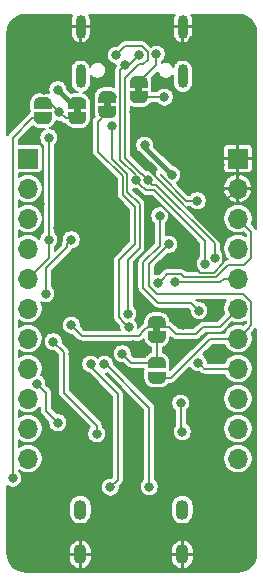
<source format=gbr>
G04 #@! TF.GenerationSoftware,KiCad,Pcbnew,5.1.10-1.fc33*
G04 #@! TF.CreationDate,2021-06-17T00:22:52+02:00*
G04 #@! TF.ProjectId,CH552-USB-Devboard-PCBA,43483535-322d-4555-9342-2d446576626f,rev?*
G04 #@! TF.SameCoordinates,Original*
G04 #@! TF.FileFunction,Copper,L2,Bot*
G04 #@! TF.FilePolarity,Positive*
%FSLAX46Y46*%
G04 Gerber Fmt 4.6, Leading zero omitted, Abs format (unit mm)*
G04 Created by KiCad (PCBNEW 5.1.10-1.fc33) date 2021-06-17 00:22:52*
%MOMM*%
%LPD*%
G01*
G04 APERTURE LIST*
G04 #@! TA.AperFunction,EtchedComponent*
%ADD10C,0.100000*%
G04 #@! TD*
G04 #@! TA.AperFunction,ComponentPad*
%ADD11O,1.100000X1.700000*%
G04 #@! TD*
G04 #@! TA.AperFunction,SMDPad,CuDef*
%ADD12C,0.100000*%
G04 #@! TD*
G04 #@! TA.AperFunction,ComponentPad*
%ADD13O,0.900000X2.000000*%
G04 #@! TD*
G04 #@! TA.AperFunction,ComponentPad*
%ADD14O,1.700000X1.700000*%
G04 #@! TD*
G04 #@! TA.AperFunction,ComponentPad*
%ADD15R,1.700000X1.700000*%
G04 #@! TD*
G04 #@! TA.AperFunction,ViaPad*
%ADD16C,0.800000*%
G04 #@! TD*
G04 #@! TA.AperFunction,Conductor*
%ADD17C,0.200000*%
G04 #@! TD*
G04 #@! TA.AperFunction,Conductor*
%ADD18C,0.400000*%
G04 #@! TD*
G04 #@! TA.AperFunction,Conductor*
%ADD19C,0.100000*%
G04 #@! TD*
G04 APERTURE END LIST*
D10*
G36*
X80091000Y-69846000D02*
G01*
X80091000Y-69346000D01*
X80691000Y-69346000D01*
X80691000Y-69846000D01*
X80091000Y-69846000D01*
G37*
G36*
X82631000Y-69338000D02*
G01*
X82631000Y-68838000D01*
X83231000Y-68838000D01*
X83231000Y-69338000D01*
X82631000Y-69338000D01*
G37*
G36*
X85298000Y-68068000D02*
G01*
X85298000Y-67568000D01*
X85898000Y-67568000D01*
X85898000Y-68068000D01*
X85298000Y-68068000D01*
G37*
G36*
X87422000Y-87888000D02*
G01*
X87422000Y-88388000D01*
X86822000Y-88388000D01*
X86822000Y-87888000D01*
X87422000Y-87888000D01*
G37*
D11*
X89283000Y-103378000D03*
X80643000Y-103378000D03*
X80643000Y-107178000D03*
X89283000Y-107178000D03*
G04 #@! TA.AperFunction,SMDPad,CuDef*
D12*
G36*
X78220000Y-69746000D02*
G01*
X78220000Y-70246000D01*
X78219398Y-70246000D01*
X78219398Y-70270534D01*
X78214588Y-70319365D01*
X78205016Y-70367490D01*
X78190772Y-70414445D01*
X78171995Y-70459778D01*
X78148864Y-70503051D01*
X78121604Y-70543850D01*
X78090476Y-70581779D01*
X78055779Y-70616476D01*
X78017850Y-70647604D01*
X77977051Y-70674864D01*
X77933778Y-70697995D01*
X77888445Y-70716772D01*
X77841490Y-70731016D01*
X77793365Y-70740588D01*
X77744534Y-70745398D01*
X77720000Y-70745398D01*
X77720000Y-70746000D01*
X77220000Y-70746000D01*
X77220000Y-70745398D01*
X77195466Y-70745398D01*
X77146635Y-70740588D01*
X77098510Y-70731016D01*
X77051555Y-70716772D01*
X77006222Y-70697995D01*
X76962949Y-70674864D01*
X76922150Y-70647604D01*
X76884221Y-70616476D01*
X76849524Y-70581779D01*
X76818396Y-70543850D01*
X76791136Y-70503051D01*
X76768005Y-70459778D01*
X76749228Y-70414445D01*
X76734984Y-70367490D01*
X76725412Y-70319365D01*
X76720602Y-70270534D01*
X76720602Y-70246000D01*
X76720000Y-70246000D01*
X76720000Y-69746000D01*
X78220000Y-69746000D01*
G37*
G04 #@! TD.AperFunction*
G04 #@! TA.AperFunction,SMDPad,CuDef*
G36*
X76720602Y-68946000D02*
G01*
X76720602Y-68921466D01*
X76725412Y-68872635D01*
X76734984Y-68824510D01*
X76749228Y-68777555D01*
X76768005Y-68732222D01*
X76791136Y-68688949D01*
X76818396Y-68648150D01*
X76849524Y-68610221D01*
X76884221Y-68575524D01*
X76922150Y-68544396D01*
X76962949Y-68517136D01*
X77006222Y-68494005D01*
X77051555Y-68475228D01*
X77098510Y-68460984D01*
X77146635Y-68451412D01*
X77195466Y-68446602D01*
X77220000Y-68446602D01*
X77220000Y-68446000D01*
X77720000Y-68446000D01*
X77720000Y-68446602D01*
X77744534Y-68446602D01*
X77793365Y-68451412D01*
X77841490Y-68460984D01*
X77888445Y-68475228D01*
X77933778Y-68494005D01*
X77977051Y-68517136D01*
X78017850Y-68544396D01*
X78055779Y-68575524D01*
X78090476Y-68610221D01*
X78121604Y-68648150D01*
X78148864Y-68688949D01*
X78171995Y-68732222D01*
X78190772Y-68777555D01*
X78205016Y-68824510D01*
X78214588Y-68872635D01*
X78219398Y-68921466D01*
X78219398Y-68946000D01*
X78220000Y-68946000D01*
X78220000Y-69446000D01*
X76720000Y-69446000D01*
X76720000Y-68946000D01*
X76720602Y-68946000D01*
G37*
G04 #@! TD.AperFunction*
G04 #@! TA.AperFunction,SMDPad,CuDef*
G36*
X81140398Y-70246000D02*
G01*
X81140398Y-70270534D01*
X81135588Y-70319365D01*
X81126016Y-70367490D01*
X81111772Y-70414445D01*
X81092995Y-70459778D01*
X81069864Y-70503051D01*
X81042604Y-70543850D01*
X81011476Y-70581779D01*
X80976779Y-70616476D01*
X80938850Y-70647604D01*
X80898051Y-70674864D01*
X80854778Y-70697995D01*
X80809445Y-70716772D01*
X80762490Y-70731016D01*
X80714365Y-70740588D01*
X80665534Y-70745398D01*
X80641000Y-70745398D01*
X80641000Y-70746000D01*
X80141000Y-70746000D01*
X80141000Y-70745398D01*
X80116466Y-70745398D01*
X80067635Y-70740588D01*
X80019510Y-70731016D01*
X79972555Y-70716772D01*
X79927222Y-70697995D01*
X79883949Y-70674864D01*
X79843150Y-70647604D01*
X79805221Y-70616476D01*
X79770524Y-70581779D01*
X79739396Y-70543850D01*
X79712136Y-70503051D01*
X79689005Y-70459778D01*
X79670228Y-70414445D01*
X79655984Y-70367490D01*
X79646412Y-70319365D01*
X79641602Y-70270534D01*
X79641602Y-70246000D01*
X79641000Y-70246000D01*
X79641000Y-69746000D01*
X81141000Y-69746000D01*
X81141000Y-70246000D01*
X81140398Y-70246000D01*
G37*
G04 #@! TD.AperFunction*
G04 #@! TA.AperFunction,SMDPad,CuDef*
G36*
X79641000Y-69446000D02*
G01*
X79641000Y-68946000D01*
X79641602Y-68946000D01*
X79641602Y-68921466D01*
X79646412Y-68872635D01*
X79655984Y-68824510D01*
X79670228Y-68777555D01*
X79689005Y-68732222D01*
X79712136Y-68688949D01*
X79739396Y-68648150D01*
X79770524Y-68610221D01*
X79805221Y-68575524D01*
X79843150Y-68544396D01*
X79883949Y-68517136D01*
X79927222Y-68494005D01*
X79972555Y-68475228D01*
X80019510Y-68460984D01*
X80067635Y-68451412D01*
X80116466Y-68446602D01*
X80141000Y-68446602D01*
X80141000Y-68446000D01*
X80641000Y-68446000D01*
X80641000Y-68446602D01*
X80665534Y-68446602D01*
X80714365Y-68451412D01*
X80762490Y-68460984D01*
X80809445Y-68475228D01*
X80854778Y-68494005D01*
X80898051Y-68517136D01*
X80938850Y-68544396D01*
X80976779Y-68575524D01*
X81011476Y-68610221D01*
X81042604Y-68648150D01*
X81069864Y-68688949D01*
X81092995Y-68732222D01*
X81111772Y-68777555D01*
X81126016Y-68824510D01*
X81135588Y-68872635D01*
X81140398Y-68921466D01*
X81140398Y-68946000D01*
X81141000Y-68946000D01*
X81141000Y-69446000D01*
X79641000Y-69446000D01*
G37*
G04 #@! TD.AperFunction*
G04 #@! TA.AperFunction,SMDPad,CuDef*
G36*
X82181000Y-68938000D02*
G01*
X82181000Y-68438000D01*
X82181602Y-68438000D01*
X82181602Y-68413466D01*
X82186412Y-68364635D01*
X82195984Y-68316510D01*
X82210228Y-68269555D01*
X82229005Y-68224222D01*
X82252136Y-68180949D01*
X82279396Y-68140150D01*
X82310524Y-68102221D01*
X82345221Y-68067524D01*
X82383150Y-68036396D01*
X82423949Y-68009136D01*
X82467222Y-67986005D01*
X82512555Y-67967228D01*
X82559510Y-67952984D01*
X82607635Y-67943412D01*
X82656466Y-67938602D01*
X82681000Y-67938602D01*
X82681000Y-67938000D01*
X83181000Y-67938000D01*
X83181000Y-67938602D01*
X83205534Y-67938602D01*
X83254365Y-67943412D01*
X83302490Y-67952984D01*
X83349445Y-67967228D01*
X83394778Y-67986005D01*
X83438051Y-68009136D01*
X83478850Y-68036396D01*
X83516779Y-68067524D01*
X83551476Y-68102221D01*
X83582604Y-68140150D01*
X83609864Y-68180949D01*
X83632995Y-68224222D01*
X83651772Y-68269555D01*
X83666016Y-68316510D01*
X83675588Y-68364635D01*
X83680398Y-68413466D01*
X83680398Y-68438000D01*
X83681000Y-68438000D01*
X83681000Y-68938000D01*
X82181000Y-68938000D01*
G37*
G04 #@! TD.AperFunction*
G04 #@! TA.AperFunction,SMDPad,CuDef*
G36*
X83680398Y-69738000D02*
G01*
X83680398Y-69762534D01*
X83675588Y-69811365D01*
X83666016Y-69859490D01*
X83651772Y-69906445D01*
X83632995Y-69951778D01*
X83609864Y-69995051D01*
X83582604Y-70035850D01*
X83551476Y-70073779D01*
X83516779Y-70108476D01*
X83478850Y-70139604D01*
X83438051Y-70166864D01*
X83394778Y-70189995D01*
X83349445Y-70208772D01*
X83302490Y-70223016D01*
X83254365Y-70232588D01*
X83205534Y-70237398D01*
X83181000Y-70237398D01*
X83181000Y-70238000D01*
X82681000Y-70238000D01*
X82681000Y-70237398D01*
X82656466Y-70237398D01*
X82607635Y-70232588D01*
X82559510Y-70223016D01*
X82512555Y-70208772D01*
X82467222Y-70189995D01*
X82423949Y-70166864D01*
X82383150Y-70139604D01*
X82345221Y-70108476D01*
X82310524Y-70073779D01*
X82279396Y-70035850D01*
X82252136Y-69995051D01*
X82229005Y-69951778D01*
X82210228Y-69906445D01*
X82195984Y-69859490D01*
X82186412Y-69811365D01*
X82181602Y-69762534D01*
X82181602Y-69738000D01*
X82181000Y-69738000D01*
X82181000Y-69238000D01*
X83681000Y-69238000D01*
X83681000Y-69738000D01*
X83680398Y-69738000D01*
G37*
G04 #@! TD.AperFunction*
G04 #@! TA.AperFunction,SMDPad,CuDef*
G36*
X84848000Y-67668000D02*
G01*
X84848000Y-67168000D01*
X84848602Y-67168000D01*
X84848602Y-67143466D01*
X84853412Y-67094635D01*
X84862984Y-67046510D01*
X84877228Y-66999555D01*
X84896005Y-66954222D01*
X84919136Y-66910949D01*
X84946396Y-66870150D01*
X84977524Y-66832221D01*
X85012221Y-66797524D01*
X85050150Y-66766396D01*
X85090949Y-66739136D01*
X85134222Y-66716005D01*
X85179555Y-66697228D01*
X85226510Y-66682984D01*
X85274635Y-66673412D01*
X85323466Y-66668602D01*
X85348000Y-66668602D01*
X85348000Y-66668000D01*
X85848000Y-66668000D01*
X85848000Y-66668602D01*
X85872534Y-66668602D01*
X85921365Y-66673412D01*
X85969490Y-66682984D01*
X86016445Y-66697228D01*
X86061778Y-66716005D01*
X86105051Y-66739136D01*
X86145850Y-66766396D01*
X86183779Y-66797524D01*
X86218476Y-66832221D01*
X86249604Y-66870150D01*
X86276864Y-66910949D01*
X86299995Y-66954222D01*
X86318772Y-66999555D01*
X86333016Y-67046510D01*
X86342588Y-67094635D01*
X86347398Y-67143466D01*
X86347398Y-67168000D01*
X86348000Y-67168000D01*
X86348000Y-67668000D01*
X84848000Y-67668000D01*
G37*
G04 #@! TD.AperFunction*
G04 #@! TA.AperFunction,SMDPad,CuDef*
G36*
X86347398Y-68468000D02*
G01*
X86347398Y-68492534D01*
X86342588Y-68541365D01*
X86333016Y-68589490D01*
X86318772Y-68636445D01*
X86299995Y-68681778D01*
X86276864Y-68725051D01*
X86249604Y-68765850D01*
X86218476Y-68803779D01*
X86183779Y-68838476D01*
X86145850Y-68869604D01*
X86105051Y-68896864D01*
X86061778Y-68919995D01*
X86016445Y-68938772D01*
X85969490Y-68953016D01*
X85921365Y-68962588D01*
X85872534Y-68967398D01*
X85848000Y-68967398D01*
X85848000Y-68968000D01*
X85348000Y-68968000D01*
X85348000Y-68967398D01*
X85323466Y-68967398D01*
X85274635Y-68962588D01*
X85226510Y-68953016D01*
X85179555Y-68938772D01*
X85134222Y-68919995D01*
X85090949Y-68896864D01*
X85050150Y-68869604D01*
X85012221Y-68838476D01*
X84977524Y-68803779D01*
X84946396Y-68765850D01*
X84919136Y-68725051D01*
X84896005Y-68681778D01*
X84877228Y-68636445D01*
X84862984Y-68589490D01*
X84853412Y-68541365D01*
X84848602Y-68492534D01*
X84848602Y-68468000D01*
X84848000Y-68468000D01*
X84848000Y-67968000D01*
X86348000Y-67968000D01*
X86348000Y-68468000D01*
X86347398Y-68468000D01*
G37*
G04 #@! TD.AperFunction*
D13*
X80675000Y-66680000D03*
X89325000Y-66680000D03*
X89325000Y-62500000D03*
X80675000Y-62500000D03*
G04 #@! TA.AperFunction,SMDPad,CuDef*
D12*
G36*
X87871398Y-92217000D02*
G01*
X87871398Y-92241534D01*
X87866588Y-92290365D01*
X87857016Y-92338490D01*
X87842772Y-92385445D01*
X87823995Y-92430778D01*
X87800864Y-92474051D01*
X87773604Y-92514850D01*
X87742476Y-92552779D01*
X87707779Y-92587476D01*
X87669850Y-92618604D01*
X87629051Y-92645864D01*
X87585778Y-92668995D01*
X87540445Y-92687772D01*
X87493490Y-92702016D01*
X87445365Y-92711588D01*
X87396534Y-92716398D01*
X87372000Y-92716398D01*
X87372000Y-92717000D01*
X86872000Y-92717000D01*
X86872000Y-92716398D01*
X86847466Y-92716398D01*
X86798635Y-92711588D01*
X86750510Y-92702016D01*
X86703555Y-92687772D01*
X86658222Y-92668995D01*
X86614949Y-92645864D01*
X86574150Y-92618604D01*
X86536221Y-92587476D01*
X86501524Y-92552779D01*
X86470396Y-92514850D01*
X86443136Y-92474051D01*
X86420005Y-92430778D01*
X86401228Y-92385445D01*
X86386984Y-92338490D01*
X86377412Y-92290365D01*
X86372602Y-92241534D01*
X86372602Y-92217000D01*
X86372000Y-92217000D01*
X86372000Y-91717000D01*
X87872000Y-91717000D01*
X87872000Y-92217000D01*
X87871398Y-92217000D01*
G37*
G04 #@! TD.AperFunction*
G04 #@! TA.AperFunction,SMDPad,CuDef*
G36*
X86372000Y-91417000D02*
G01*
X86372000Y-90917000D01*
X86372602Y-90917000D01*
X86372602Y-90892466D01*
X86377412Y-90843635D01*
X86386984Y-90795510D01*
X86401228Y-90748555D01*
X86420005Y-90703222D01*
X86443136Y-90659949D01*
X86470396Y-90619150D01*
X86501524Y-90581221D01*
X86536221Y-90546524D01*
X86574150Y-90515396D01*
X86614949Y-90488136D01*
X86658222Y-90465005D01*
X86703555Y-90446228D01*
X86750510Y-90431984D01*
X86798635Y-90422412D01*
X86847466Y-90417602D01*
X86872000Y-90417602D01*
X86872000Y-90417000D01*
X87372000Y-90417000D01*
X87372000Y-90417602D01*
X87396534Y-90417602D01*
X87445365Y-90422412D01*
X87493490Y-90431984D01*
X87540445Y-90446228D01*
X87585778Y-90465005D01*
X87629051Y-90488136D01*
X87669850Y-90515396D01*
X87707779Y-90546524D01*
X87742476Y-90581221D01*
X87773604Y-90619150D01*
X87800864Y-90659949D01*
X87823995Y-90703222D01*
X87842772Y-90748555D01*
X87857016Y-90795510D01*
X87866588Y-90843635D01*
X87871398Y-90892466D01*
X87871398Y-90917000D01*
X87872000Y-90917000D01*
X87872000Y-91417000D01*
X86372000Y-91417000D01*
G37*
G04 #@! TD.AperFunction*
G04 #@! TA.AperFunction,SMDPad,CuDef*
G36*
X87872000Y-88288000D02*
G01*
X87872000Y-88788000D01*
X87871398Y-88788000D01*
X87871398Y-88812534D01*
X87866588Y-88861365D01*
X87857016Y-88909490D01*
X87842772Y-88956445D01*
X87823995Y-89001778D01*
X87800864Y-89045051D01*
X87773604Y-89085850D01*
X87742476Y-89123779D01*
X87707779Y-89158476D01*
X87669850Y-89189604D01*
X87629051Y-89216864D01*
X87585778Y-89239995D01*
X87540445Y-89258772D01*
X87493490Y-89273016D01*
X87445365Y-89282588D01*
X87396534Y-89287398D01*
X87372000Y-89287398D01*
X87372000Y-89288000D01*
X86872000Y-89288000D01*
X86872000Y-89287398D01*
X86847466Y-89287398D01*
X86798635Y-89282588D01*
X86750510Y-89273016D01*
X86703555Y-89258772D01*
X86658222Y-89239995D01*
X86614949Y-89216864D01*
X86574150Y-89189604D01*
X86536221Y-89158476D01*
X86501524Y-89123779D01*
X86470396Y-89085850D01*
X86443136Y-89045051D01*
X86420005Y-89001778D01*
X86401228Y-88956445D01*
X86386984Y-88909490D01*
X86377412Y-88861365D01*
X86372602Y-88812534D01*
X86372602Y-88788000D01*
X86372000Y-88788000D01*
X86372000Y-88288000D01*
X87872000Y-88288000D01*
G37*
G04 #@! TD.AperFunction*
G04 #@! TA.AperFunction,SMDPad,CuDef*
G36*
X86372602Y-87488000D02*
G01*
X86372602Y-87463466D01*
X86377412Y-87414635D01*
X86386984Y-87366510D01*
X86401228Y-87319555D01*
X86420005Y-87274222D01*
X86443136Y-87230949D01*
X86470396Y-87190150D01*
X86501524Y-87152221D01*
X86536221Y-87117524D01*
X86574150Y-87086396D01*
X86614949Y-87059136D01*
X86658222Y-87036005D01*
X86703555Y-87017228D01*
X86750510Y-87002984D01*
X86798635Y-86993412D01*
X86847466Y-86988602D01*
X86872000Y-86988602D01*
X86872000Y-86988000D01*
X87372000Y-86988000D01*
X87372000Y-86988602D01*
X87396534Y-86988602D01*
X87445365Y-86993412D01*
X87493490Y-87002984D01*
X87540445Y-87017228D01*
X87585778Y-87036005D01*
X87629051Y-87059136D01*
X87669850Y-87086396D01*
X87707779Y-87117524D01*
X87742476Y-87152221D01*
X87773604Y-87190150D01*
X87800864Y-87230949D01*
X87823995Y-87274222D01*
X87842772Y-87319555D01*
X87857016Y-87366510D01*
X87866588Y-87414635D01*
X87871398Y-87463466D01*
X87871398Y-87488000D01*
X87872000Y-87488000D01*
X87872000Y-87988000D01*
X86372000Y-87988000D01*
X86372000Y-87488000D01*
X86372602Y-87488000D01*
G37*
G04 #@! TD.AperFunction*
D14*
X76200000Y-99060000D03*
X76200000Y-96520000D03*
X76200000Y-93980000D03*
X76200000Y-91440000D03*
X76200000Y-88900000D03*
X76200000Y-86360000D03*
X76200000Y-83820000D03*
X76200000Y-81280000D03*
X76200000Y-78740000D03*
X76200000Y-76200000D03*
D15*
X76200000Y-73660000D03*
X93980000Y-73660000D03*
D14*
X93980000Y-76200000D03*
X93980000Y-78740000D03*
X93980000Y-81280000D03*
X93980000Y-83820000D03*
X93980000Y-86360000D03*
X93980000Y-88900000D03*
X93980000Y-91440000D03*
X93980000Y-93980000D03*
X93980000Y-96520000D03*
X93980000Y-99060000D03*
D16*
X76962000Y-92710000D03*
X78740000Y-96012000D03*
X86106000Y-72517000D03*
X88408731Y-75042068D03*
X87232767Y-84210803D03*
X89154000Y-94361000D03*
X89281000Y-96774000D03*
X88646000Y-84139010D03*
X85090000Y-62230000D03*
X87757000Y-69723000D03*
X79248000Y-66675000D03*
X85090000Y-95250000D03*
X92600000Y-100200000D03*
X77800000Y-100400000D03*
X85344000Y-100584000D03*
X95086000Y-90200000D03*
X95086000Y-92800000D03*
X77216000Y-90170000D03*
X76200000Y-63500000D03*
X78740000Y-79502000D03*
X85090000Y-97028000D03*
X90551000Y-67437000D03*
X79883000Y-83185000D03*
X78105000Y-92202000D03*
X77597000Y-67818000D03*
X77216000Y-77470000D03*
X79756001Y-77088999D03*
X83439000Y-75438000D03*
X79121000Y-72136000D03*
X89535000Y-92964000D03*
X89662000Y-73660000D03*
X93472000Y-72009000D03*
X94742000Y-72009000D03*
X94234000Y-70993000D03*
X94869000Y-67818000D03*
X94869000Y-65786000D03*
X85217000Y-69723000D03*
X82550000Y-78613000D03*
X80010000Y-90170000D03*
X89346010Y-87757000D03*
X89346010Y-89408000D03*
X85090000Y-89408000D03*
X80010000Y-86614000D03*
X92456000Y-74168000D03*
X92456000Y-75692000D03*
X92456000Y-77216000D03*
X92710000Y-79629000D03*
X90170000Y-63627000D03*
X89281000Y-72390000D03*
X89662000Y-71120000D03*
X87757000Y-72263000D03*
X76327000Y-72009000D03*
X92042586Y-82042000D03*
X83693000Y-64897000D03*
X86343558Y-75453213D03*
X82042000Y-96964500D03*
X77724000Y-85090000D03*
X78359000Y-89154000D03*
X79883000Y-80518000D03*
X85598000Y-64897000D03*
X91189210Y-82563318D03*
X84436109Y-65721069D03*
X85328601Y-75454057D03*
X87376000Y-78486000D03*
X90616010Y-90943269D03*
X90691465Y-86538699D03*
X88138000Y-80904991D03*
X77978000Y-71882000D03*
X77977968Y-80518000D03*
X79883000Y-87757000D03*
X84649567Y-86800441D03*
X83185000Y-101473000D03*
X87757000Y-68453000D03*
X81534000Y-91059010D03*
X83312000Y-70866000D03*
X86487000Y-101431049D03*
X82677000Y-91059012D03*
X84741669Y-87945990D03*
X78740000Y-67818000D03*
X84201000Y-90170000D03*
X87078392Y-64824220D03*
X83312000Y-68452992D03*
X74930000Y-100711000D03*
X90551000Y-77215990D03*
X78867000Y-69723000D03*
D17*
X76200000Y-76200000D02*
X76000000Y-76200000D01*
X77724000Y-94996000D02*
X78740000Y-96012000D01*
X76962000Y-92710000D02*
X77724000Y-93472000D01*
X77724000Y-93472000D02*
X77724000Y-94996000D01*
D18*
X86106000Y-72739337D02*
X86106000Y-72517000D01*
X88408731Y-75042068D02*
X86106000Y-72739337D01*
D17*
X87632766Y-83810804D02*
X87232767Y-84210803D01*
X89154000Y-83439000D02*
X88004570Y-83439000D01*
X89427011Y-83712011D02*
X89154000Y-83439000D01*
X95130001Y-79890001D02*
X95130001Y-82071999D01*
X88004570Y-83439000D02*
X87632766Y-83810804D01*
X93980000Y-78740000D02*
X95130001Y-79890001D01*
X95130001Y-82071999D02*
X94532001Y-82669999D01*
X94532001Y-82669999D02*
X93155701Y-82669999D01*
X93155701Y-82669999D02*
X92113689Y-83712011D01*
X92113689Y-83712011D02*
X89427011Y-83712011D01*
X89154000Y-94361000D02*
X89154000Y-96647000D01*
X89154000Y-96647000D02*
X89281000Y-96774000D01*
X92458909Y-84139010D02*
X89211685Y-84139010D01*
X89211685Y-84139010D02*
X88646000Y-84139010D01*
X93980000Y-83820000D02*
X92777919Y-83820000D01*
X92777919Y-83820000D02*
X92458909Y-84139010D01*
D18*
X81788001Y-77088999D02*
X79756001Y-77088999D01*
X83439000Y-75438000D02*
X81788001Y-77088999D01*
X80137000Y-72136000D02*
X79121000Y-72136000D01*
X83439000Y-75438000D02*
X80137000Y-72136000D01*
D17*
X86741000Y-76835000D02*
X85921300Y-76835000D01*
X90424000Y-80518000D02*
X86741000Y-76835000D01*
X92742587Y-77437413D02*
X92742587Y-82517413D01*
X93980000Y-76200000D02*
X92742587Y-77437413D01*
X85921300Y-76835000D02*
X85344000Y-76257700D01*
X92742587Y-82517413D02*
X91948000Y-83312000D01*
X91948000Y-83312000D02*
X90805000Y-83312000D01*
X90805000Y-83312000D02*
X90424000Y-82931000D01*
X90424000Y-82931000D02*
X90424000Y-80518000D01*
X87060001Y-75249001D02*
X87060001Y-75179701D01*
X92742587Y-81026000D02*
X92742587Y-80931587D01*
X87060001Y-75179701D02*
X84963000Y-73082700D01*
X92742587Y-80931587D02*
X87060001Y-75249001D01*
X84963000Y-73082700D02*
X84963000Y-69215000D01*
X87066113Y-75853212D02*
X86743557Y-75853212D01*
X86743557Y-75853212D02*
X86343558Y-75453213D01*
X92042586Y-80829685D02*
X87066113Y-75853212D01*
X92042586Y-82042000D02*
X92042586Y-80829685D01*
X84462990Y-73598690D02*
X85813311Y-74949011D01*
X85943559Y-75053214D02*
X86343558Y-75453213D01*
X84455000Y-64135000D02*
X85852000Y-64135000D01*
X85839356Y-74949011D02*
X85943559Y-75053214D01*
X83693000Y-64897000D02*
X84455000Y-64135000D01*
X86360000Y-64643000D02*
X86360000Y-65278000D01*
X86360000Y-65278000D02*
X85979000Y-65659000D01*
X85852000Y-64135000D02*
X86360000Y-64643000D01*
X85979000Y-65659000D02*
X85598000Y-65659000D01*
X85598000Y-65659000D02*
X84462990Y-66794010D01*
X85813311Y-74949011D02*
X85839356Y-74949011D01*
X84462990Y-66794010D02*
X84462990Y-73598690D01*
X79483001Y-81171999D02*
X79483001Y-80917999D01*
X79483001Y-80917999D02*
X79883000Y-80518000D01*
X77724000Y-82931000D02*
X79483001Y-81171999D01*
X77724000Y-85090000D02*
X77724000Y-82931000D01*
X79248000Y-90043000D02*
X78359000Y-89154000D01*
X79248000Y-93472000D02*
X79248000Y-90043000D01*
X82042000Y-96964500D02*
X82042000Y-96266000D01*
X82042000Y-96266000D02*
X79248000Y-93472000D01*
X85598000Y-64897000D02*
X84773931Y-65721069D01*
X84773931Y-65721069D02*
X84436109Y-65721069D01*
X85728600Y-75854056D02*
X85328601Y-75454057D01*
X86201544Y-76327000D02*
X85728600Y-75854056D01*
X91189210Y-80648210D02*
X86868000Y-76327000D01*
X91189210Y-82563318D02*
X91189210Y-80648210D01*
X86868000Y-76327000D02*
X86201544Y-76327000D01*
X85328601Y-75030001D02*
X85328601Y-75454057D01*
X84036110Y-66121068D02*
X84036110Y-73737510D01*
X84036110Y-73737510D02*
X85328601Y-75030001D01*
X84436109Y-65721069D02*
X84036110Y-66121068D01*
X91112741Y-91440000D02*
X91016009Y-91343268D01*
X93980000Y-91440000D02*
X91112741Y-91440000D01*
X91016009Y-91343268D02*
X90616010Y-90943269D01*
X87376000Y-78486000D02*
X87376000Y-81026000D01*
X85979000Y-82423000D02*
X85979000Y-84582000D01*
X85979000Y-84582000D02*
X87249000Y-85852000D01*
X90291466Y-86138700D02*
X90691465Y-86538699D01*
X90004766Y-85852000D02*
X90291466Y-86138700D01*
X87249000Y-85852000D02*
X90004766Y-85852000D01*
X87376000Y-81026000D02*
X85979000Y-82423000D01*
X88328500Y-92202000D02*
X87122000Y-92202000D01*
X93980000Y-88900000D02*
X91630500Y-88900000D01*
X91630500Y-88900000D02*
X88328500Y-92202000D01*
X86487000Y-82555991D02*
X86487000Y-84455000D01*
X88138000Y-80904991D02*
X86487000Y-82555991D01*
X95130001Y-87749999D02*
X94829999Y-88050001D01*
X86487000Y-84455000D02*
X87122000Y-85090000D01*
X87122000Y-85090000D02*
X94412002Y-85090000D01*
X94412002Y-85090000D02*
X95130001Y-85807999D01*
X94829999Y-88050001D02*
X93980000Y-88900000D01*
X95130001Y-85807999D02*
X95130001Y-87749999D01*
X77978000Y-71882000D02*
X77978000Y-80517968D01*
X76200000Y-83820000D02*
X77977968Y-82042032D01*
X77977968Y-81083685D02*
X77977968Y-80518000D01*
X77978000Y-80517968D02*
X77977968Y-80518000D01*
X77977968Y-82042032D02*
X77977968Y-81083685D01*
X86756000Y-87488000D02*
X86741000Y-87503000D01*
X92456000Y-87884000D02*
X93980000Y-86360000D01*
X91059000Y-87884000D02*
X92456000Y-87884000D01*
X90424000Y-88519000D02*
X91059000Y-87884000D01*
X88138000Y-87884000D02*
X88773000Y-88519000D01*
X88773000Y-88519000D02*
X90424000Y-88519000D01*
X87518000Y-87884000D02*
X87122000Y-87488000D01*
X87884000Y-87884000D02*
X87518000Y-87884000D01*
X87884000Y-87884000D02*
X88138000Y-87884000D01*
X86351720Y-87884000D02*
X87884000Y-87884000D01*
X86071990Y-88163730D02*
X86351720Y-87884000D01*
X86071990Y-88172010D02*
X86071990Y-88163730D01*
X85598000Y-88646000D02*
X86071990Y-88172010D01*
X79883000Y-87757000D02*
X80772000Y-88646000D01*
X80772000Y-88646000D02*
X85598000Y-88646000D01*
X85598000Y-68453000D02*
X87757000Y-68453000D01*
X81534000Y-91313000D02*
X81534000Y-91059010D01*
X83820000Y-93599000D02*
X81534000Y-91313000D01*
X83185000Y-101473000D02*
X83820000Y-100838000D01*
X83820000Y-100838000D02*
X83820000Y-93599000D01*
X85659998Y-77531998D02*
X84628599Y-76500599D01*
X84649567Y-86800441D02*
X84649567Y-82228433D01*
X84628599Y-76500599D02*
X84628599Y-74996603D01*
X84649567Y-82228433D02*
X85659998Y-81218002D01*
X85659998Y-81218002D02*
X85659998Y-77531998D01*
X84628599Y-74996603D02*
X83312000Y-73680004D01*
X83312000Y-73680004D02*
X83312000Y-70866000D01*
X85259987Y-77766987D02*
X85259987Y-80856013D01*
X83881998Y-82234002D02*
X83881998Y-87086319D01*
X82127966Y-73061670D02*
X84228588Y-75162292D01*
X84228588Y-75162292D02*
X84228588Y-76735588D01*
X85259987Y-80856013D02*
X83881998Y-82234002D01*
X84228588Y-76735588D02*
X85259987Y-77766987D01*
X84341670Y-87545991D02*
X84741669Y-87945990D01*
X83881998Y-87086319D02*
X84341670Y-87545991D01*
X82931000Y-69723000D02*
X82127966Y-70526034D01*
X82127966Y-70526034D02*
X82127966Y-73061670D01*
X82804012Y-91059012D02*
X82677000Y-91059012D01*
X86487000Y-101431049D02*
X86487000Y-94742000D01*
X86487000Y-94742000D02*
X82804012Y-91059012D01*
D18*
X79868000Y-68946000D02*
X78740000Y-67818000D01*
X80391000Y-68946000D02*
X79868000Y-68946000D01*
D17*
X87122000Y-90917000D02*
X87122000Y-88773000D01*
X84963000Y-90932000D02*
X84201000Y-90170000D01*
X87122000Y-90917000D02*
X87107000Y-90932000D01*
X87107000Y-90932000D02*
X84963000Y-90932000D01*
X85598000Y-67183000D02*
X87078392Y-65702608D01*
X87078392Y-65702608D02*
X87078392Y-65389905D01*
X87078392Y-65389905D02*
X87078392Y-64824220D01*
X82912001Y-68852991D02*
X83312000Y-68452992D01*
X76581000Y-70231000D02*
X77851000Y-70231000D01*
X74930000Y-100711000D02*
X74930000Y-71882000D01*
X74930000Y-71882000D02*
X76581000Y-70231000D01*
X89592688Y-77215990D02*
X89985315Y-77215990D01*
X89985315Y-77215990D02*
X90551000Y-77215990D01*
X87460010Y-74924717D02*
X87460010Y-75083312D01*
X87460010Y-75083312D02*
X89592688Y-77215990D01*
X79390000Y-70246000D02*
X78867000Y-69723000D01*
X80391000Y-70246000D02*
X79390000Y-70246000D01*
X78090000Y-68946000D02*
X77470000Y-68946000D01*
X78867000Y-69723000D02*
X78090000Y-68946000D01*
X79908837Y-61578525D02*
X79851087Y-61735134D01*
X79825000Y-61900000D01*
X79825000Y-62450000D01*
X80625000Y-62450000D01*
X80625000Y-62430000D01*
X80725000Y-62430000D01*
X80725000Y-62450000D01*
X81525000Y-62450000D01*
X81525000Y-61900000D01*
X81498913Y-61735134D01*
X81441163Y-61578525D01*
X81377744Y-61475000D01*
X88622256Y-61475000D01*
X88558837Y-61578525D01*
X88501087Y-61735134D01*
X88475000Y-61900000D01*
X88475000Y-62450000D01*
X89275000Y-62450000D01*
X89275000Y-62430000D01*
X89375000Y-62430000D01*
X89375000Y-62450000D01*
X90175000Y-62450000D01*
X90175000Y-61900000D01*
X90148913Y-61735134D01*
X90091163Y-61578525D01*
X90027744Y-61475000D01*
X93976768Y-61475000D01*
X94295764Y-61506278D01*
X94580263Y-61592173D01*
X94842665Y-61731695D01*
X95072961Y-61919521D01*
X95262394Y-62148505D01*
X95403741Y-62409921D01*
X95491620Y-62693812D01*
X95525000Y-63011398D01*
X95525000Y-79583155D01*
X95485265Y-79534737D01*
X95466182Y-79519076D01*
X95143815Y-79196709D01*
X95181963Y-79104611D01*
X95230000Y-78863114D01*
X95230000Y-78616886D01*
X95181963Y-78375389D01*
X95087735Y-78147903D01*
X94950938Y-77943172D01*
X94776828Y-77769062D01*
X94572097Y-77632265D01*
X94344611Y-77538037D01*
X94103114Y-77490000D01*
X93856886Y-77490000D01*
X93615389Y-77538037D01*
X93387903Y-77632265D01*
X93183172Y-77769062D01*
X93009062Y-77943172D01*
X92872265Y-78147903D01*
X92778037Y-78375389D01*
X92730000Y-78616886D01*
X92730000Y-78863114D01*
X92778037Y-79104611D01*
X92872265Y-79332097D01*
X93009062Y-79536828D01*
X93183172Y-79710938D01*
X93387903Y-79847735D01*
X93615389Y-79941963D01*
X93856886Y-79990000D01*
X94103114Y-79990000D01*
X94344611Y-79941963D01*
X94436709Y-79903815D01*
X94630001Y-80097107D01*
X94630001Y-80210955D01*
X94572097Y-80172265D01*
X94344611Y-80078037D01*
X94103114Y-80030000D01*
X93856886Y-80030000D01*
X93615389Y-80078037D01*
X93387903Y-80172265D01*
X93183172Y-80309062D01*
X93009062Y-80483172D01*
X92872265Y-80687903D01*
X92778037Y-80915389D01*
X92730000Y-81156886D01*
X92730000Y-81403114D01*
X92778037Y-81644611D01*
X92872265Y-81872097D01*
X93009062Y-82076828D01*
X93104825Y-82172591D01*
X93057684Y-82177234D01*
X92963434Y-82205824D01*
X92876572Y-82252253D01*
X92800437Y-82314735D01*
X92790528Y-82326809D01*
X92811843Y-82275351D01*
X92842586Y-82120793D01*
X92842586Y-81963207D01*
X92811843Y-81808649D01*
X92751537Y-81663058D01*
X92663987Y-81532030D01*
X92552556Y-81420599D01*
X92542586Y-81413937D01*
X92542586Y-80854245D01*
X92545005Y-80829685D01*
X92535351Y-80731668D01*
X92533550Y-80725732D01*
X92506761Y-80637418D01*
X92460332Y-80550556D01*
X92397850Y-80474421D01*
X92378773Y-80458765D01*
X89635997Y-77715990D01*
X89922937Y-77715990D01*
X89929599Y-77725960D01*
X90041030Y-77837391D01*
X90172058Y-77924941D01*
X90317649Y-77985247D01*
X90472207Y-78015990D01*
X90629793Y-78015990D01*
X90784351Y-77985247D01*
X90929942Y-77924941D01*
X91060970Y-77837391D01*
X91172401Y-77725960D01*
X91259951Y-77594932D01*
X91320257Y-77449341D01*
X91351000Y-77294783D01*
X91351000Y-77137197D01*
X91320257Y-76982639D01*
X91259951Y-76837048D01*
X91172401Y-76706020D01*
X91060970Y-76594589D01*
X90929942Y-76507039D01*
X90784351Y-76446733D01*
X90774488Y-76444771D01*
X92754199Y-76444771D01*
X92824795Y-76677500D01*
X92940148Y-76893694D01*
X93095461Y-77083230D01*
X93284767Y-77238824D01*
X93500790Y-77354497D01*
X93735229Y-77425803D01*
X93930000Y-77349002D01*
X93930000Y-76250000D01*
X94030000Y-76250000D01*
X94030000Y-77349002D01*
X94224771Y-77425803D01*
X94459210Y-77354497D01*
X94675233Y-77238824D01*
X94864539Y-77083230D01*
X95019852Y-76893694D01*
X95135205Y-76677500D01*
X95205801Y-76444771D01*
X95128913Y-76250000D01*
X94030000Y-76250000D01*
X93930000Y-76250000D01*
X92831087Y-76250000D01*
X92754199Y-76444771D01*
X90774488Y-76444771D01*
X90629793Y-76415990D01*
X90472207Y-76415990D01*
X90317649Y-76446733D01*
X90172058Y-76507039D01*
X90041030Y-76594589D01*
X89929599Y-76706020D01*
X89922937Y-76715990D01*
X89799794Y-76715990D01*
X89039033Y-75955229D01*
X92754199Y-75955229D01*
X92831087Y-76150000D01*
X93930000Y-76150000D01*
X93930000Y-75050998D01*
X94030000Y-75050998D01*
X94030000Y-76150000D01*
X95128913Y-76150000D01*
X95205801Y-75955229D01*
X95135205Y-75722500D01*
X95019852Y-75506306D01*
X94864539Y-75316770D01*
X94675233Y-75161176D01*
X94459210Y-75045503D01*
X94224771Y-74974197D01*
X94030000Y-75050998D01*
X93930000Y-75050998D01*
X93735229Y-74974197D01*
X93500790Y-75045503D01*
X93284767Y-75161176D01*
X93095461Y-75316770D01*
X92940148Y-75506306D01*
X92824795Y-75722500D01*
X92754199Y-75955229D01*
X89039033Y-75955229D01*
X88815937Y-75732134D01*
X88918701Y-75663469D01*
X89030132Y-75552038D01*
X89117682Y-75421010D01*
X89177988Y-75275419D01*
X89208731Y-75120861D01*
X89208731Y-74963275D01*
X89177988Y-74808717D01*
X89117682Y-74663126D01*
X89030132Y-74532098D01*
X89008034Y-74510000D01*
X92728065Y-74510000D01*
X92735788Y-74588414D01*
X92758660Y-74663814D01*
X92795803Y-74733303D01*
X92845789Y-74794211D01*
X92906697Y-74844197D01*
X92976186Y-74881340D01*
X93051586Y-74904212D01*
X93130000Y-74911935D01*
X93830000Y-74910000D01*
X93930000Y-74810000D01*
X93930000Y-73710000D01*
X94030000Y-73710000D01*
X94030000Y-74810000D01*
X94130000Y-74910000D01*
X94830000Y-74911935D01*
X94908414Y-74904212D01*
X94983814Y-74881340D01*
X95053303Y-74844197D01*
X95114211Y-74794211D01*
X95164197Y-74733303D01*
X95201340Y-74663814D01*
X95224212Y-74588414D01*
X95231935Y-74510000D01*
X95230000Y-73810000D01*
X95130000Y-73710000D01*
X94030000Y-73710000D01*
X93930000Y-73710000D01*
X92830000Y-73710000D01*
X92730000Y-73810000D01*
X92728065Y-74510000D01*
X89008034Y-74510000D01*
X88918701Y-74420667D01*
X88787673Y-74333117D01*
X88642082Y-74272811D01*
X88487524Y-74242068D01*
X88457260Y-74242068D01*
X87025191Y-72810000D01*
X92728065Y-72810000D01*
X92730000Y-73510000D01*
X92830000Y-73610000D01*
X93930000Y-73610000D01*
X93930000Y-72510000D01*
X94030000Y-72510000D01*
X94030000Y-73610000D01*
X95130000Y-73610000D01*
X95230000Y-73510000D01*
X95231935Y-72810000D01*
X95224212Y-72731586D01*
X95201340Y-72656186D01*
X95164197Y-72586697D01*
X95114211Y-72525789D01*
X95053303Y-72475803D01*
X94983814Y-72438660D01*
X94908414Y-72415788D01*
X94830000Y-72408065D01*
X94130000Y-72410000D01*
X94030000Y-72510000D01*
X93930000Y-72510000D01*
X93830000Y-72410000D01*
X93130000Y-72408065D01*
X93051586Y-72415788D01*
X92976186Y-72438660D01*
X92906697Y-72475803D01*
X92845789Y-72525789D01*
X92795803Y-72586697D01*
X92758660Y-72656186D01*
X92735788Y-72731586D01*
X92728065Y-72810000D01*
X87025191Y-72810000D01*
X86890236Y-72675046D01*
X86906000Y-72595793D01*
X86906000Y-72438207D01*
X86875257Y-72283649D01*
X86814951Y-72138058D01*
X86727401Y-72007030D01*
X86615970Y-71895599D01*
X86484942Y-71808049D01*
X86339351Y-71747743D01*
X86184793Y-71717000D01*
X86027207Y-71717000D01*
X85872649Y-71747743D01*
X85727058Y-71808049D01*
X85596030Y-71895599D01*
X85484599Y-72007030D01*
X85397049Y-72138058D01*
X85336743Y-72283649D01*
X85306000Y-72438207D01*
X85306000Y-72595793D01*
X85336743Y-72750351D01*
X85397049Y-72895942D01*
X85484599Y-73026970D01*
X85596030Y-73138401D01*
X85727058Y-73225951D01*
X85756128Y-73237992D01*
X87097012Y-74578877D01*
X87042264Y-74645588D01*
X86995835Y-74732451D01*
X86967245Y-74826701D01*
X86960010Y-74900158D01*
X86960010Y-74938294D01*
X86853528Y-74831812D01*
X86722500Y-74744262D01*
X86576909Y-74683956D01*
X86422351Y-74653213D01*
X86264765Y-74653213D01*
X86253003Y-74655553D01*
X86210284Y-74612834D01*
X86194620Y-74593747D01*
X86118485Y-74531265D01*
X86084514Y-74513107D01*
X84962990Y-73391585D01*
X84962990Y-69282165D01*
X85049046Y-69317810D01*
X85124445Y-69340682D01*
X85220578Y-69359804D01*
X85298991Y-69367527D01*
X85323551Y-69367527D01*
X85348000Y-69369935D01*
X85848000Y-69369935D01*
X85872449Y-69367527D01*
X85897009Y-69367527D01*
X85975422Y-69359804D01*
X86071555Y-69340682D01*
X86146954Y-69317810D01*
X86237510Y-69280301D01*
X86307001Y-69243158D01*
X86388500Y-69188702D01*
X86449408Y-69138716D01*
X86518716Y-69069408D01*
X86568702Y-69008500D01*
X86605786Y-68953000D01*
X87128937Y-68953000D01*
X87135599Y-68962970D01*
X87247030Y-69074401D01*
X87378058Y-69161951D01*
X87523649Y-69222257D01*
X87678207Y-69253000D01*
X87835793Y-69253000D01*
X87990351Y-69222257D01*
X88135942Y-69161951D01*
X88266970Y-69074401D01*
X88378401Y-68962970D01*
X88465951Y-68831942D01*
X88526257Y-68686351D01*
X88557000Y-68531793D01*
X88557000Y-68374207D01*
X88526257Y-68219649D01*
X88465951Y-68074058D01*
X88378401Y-67943030D01*
X88266970Y-67831599D01*
X88135942Y-67744049D01*
X87990351Y-67683743D01*
X87835793Y-67653000D01*
X87678207Y-67653000D01*
X87523649Y-67683743D01*
X87378058Y-67744049D01*
X87247030Y-67831599D01*
X87135599Y-67943030D01*
X87128937Y-67953000D01*
X86748458Y-67953000D01*
X86742212Y-67889586D01*
X86720497Y-67818000D01*
X86742212Y-67746414D01*
X86749935Y-67668000D01*
X86749935Y-67168000D01*
X86747527Y-67143551D01*
X86747527Y-67118991D01*
X86739804Y-67040578D01*
X86720682Y-66944445D01*
X86697810Y-66869046D01*
X86674745Y-66813361D01*
X87198157Y-66289950D01*
X87216901Y-66384182D01*
X87269668Y-66511574D01*
X87346274Y-66626224D01*
X87443776Y-66723726D01*
X87558426Y-66800332D01*
X87685818Y-66853099D01*
X87821056Y-66880000D01*
X87958944Y-66880000D01*
X88094182Y-66853099D01*
X88221574Y-66800332D01*
X88336224Y-66723726D01*
X88433726Y-66626224D01*
X88475001Y-66564452D01*
X88475000Y-67271748D01*
X88487300Y-67396628D01*
X88535903Y-67556854D01*
X88614832Y-67704518D01*
X88721052Y-67833948D01*
X88850481Y-67940168D01*
X88998145Y-68019097D01*
X89158371Y-68067700D01*
X89325000Y-68084112D01*
X89491628Y-68067700D01*
X89651854Y-68019097D01*
X89799518Y-67940168D01*
X89928948Y-67833948D01*
X90035168Y-67704519D01*
X90114097Y-67556855D01*
X90162700Y-67396629D01*
X90175000Y-67271749D01*
X90175000Y-66088251D01*
X90162700Y-65963371D01*
X90114097Y-65803145D01*
X90035168Y-65655481D01*
X89928948Y-65526052D01*
X89799519Y-65419832D01*
X89651855Y-65340903D01*
X89491629Y-65292300D01*
X89325000Y-65275888D01*
X89158372Y-65292300D01*
X88998146Y-65340903D01*
X88850482Y-65419832D01*
X88721053Y-65526052D01*
X88614833Y-65655481D01*
X88535904Y-65803145D01*
X88517165Y-65864922D01*
X88510332Y-65848426D01*
X88433726Y-65733776D01*
X88336224Y-65636274D01*
X88221574Y-65559668D01*
X88094182Y-65506901D01*
X87958944Y-65480000D01*
X87821056Y-65480000D01*
X87685818Y-65506901D01*
X87578392Y-65551398D01*
X87578392Y-65452283D01*
X87588362Y-65445621D01*
X87699793Y-65334190D01*
X87787343Y-65203162D01*
X87847649Y-65057571D01*
X87878392Y-64903013D01*
X87878392Y-64745427D01*
X87847649Y-64590869D01*
X87787343Y-64445278D01*
X87699793Y-64314250D01*
X87588362Y-64202819D01*
X87457334Y-64115269D01*
X87311743Y-64054963D01*
X87157185Y-64024220D01*
X86999599Y-64024220D01*
X86845041Y-64054963D01*
X86699450Y-64115269D01*
X86603492Y-64179386D01*
X86222929Y-63798823D01*
X86207264Y-63779736D01*
X86131129Y-63717254D01*
X86044267Y-63670825D01*
X85950017Y-63642235D01*
X85876560Y-63635000D01*
X85852000Y-63632581D01*
X85827440Y-63635000D01*
X84479560Y-63635000D01*
X84455000Y-63632581D01*
X84430440Y-63635000D01*
X84356983Y-63642235D01*
X84262733Y-63670825D01*
X84175871Y-63717254D01*
X84099736Y-63779736D01*
X84084080Y-63798813D01*
X83783554Y-64099339D01*
X83771793Y-64097000D01*
X83614207Y-64097000D01*
X83459649Y-64127743D01*
X83314058Y-64188049D01*
X83183030Y-64275599D01*
X83071599Y-64387030D01*
X82984049Y-64518058D01*
X82923743Y-64663649D01*
X82893000Y-64818207D01*
X82893000Y-64975793D01*
X82923743Y-65130351D01*
X82984049Y-65275942D01*
X83071599Y-65406970D01*
X83183030Y-65518401D01*
X83314058Y-65605951D01*
X83459649Y-65666257D01*
X83614207Y-65697000D01*
X83636109Y-65697000D01*
X83636109Y-65799862D01*
X83639384Y-65816326D01*
X83618364Y-65841939D01*
X83571935Y-65928802D01*
X83569106Y-65938129D01*
X83543345Y-66023051D01*
X83533691Y-66121068D01*
X83536110Y-66145628D01*
X83536110Y-67611450D01*
X83479954Y-67588190D01*
X83404555Y-67565318D01*
X83308422Y-67546196D01*
X83230009Y-67538473D01*
X83205449Y-67538473D01*
X83181000Y-67536065D01*
X82681000Y-67536065D01*
X82656551Y-67538473D01*
X82631991Y-67538473D01*
X82553578Y-67546196D01*
X82457445Y-67565318D01*
X82382046Y-67588190D01*
X82291490Y-67625699D01*
X82221999Y-67662842D01*
X82140500Y-67717298D01*
X82079592Y-67767284D01*
X82010284Y-67836592D01*
X81960298Y-67897500D01*
X81905842Y-67978999D01*
X81868699Y-68048490D01*
X81831190Y-68139046D01*
X81808318Y-68214445D01*
X81789196Y-68310578D01*
X81781473Y-68388991D01*
X81781473Y-68413551D01*
X81779065Y-68438000D01*
X81779065Y-68938000D01*
X81786788Y-69016414D01*
X81808503Y-69088000D01*
X81786788Y-69159586D01*
X81779065Y-69238000D01*
X81779065Y-69738000D01*
X81781473Y-69762449D01*
X81781473Y-69787009D01*
X81789196Y-69865422D01*
X81808318Y-69961555D01*
X81831190Y-70036954D01*
X81854255Y-70092639D01*
X81791790Y-70155105D01*
X81772702Y-70170770D01*
X81710220Y-70246905D01*
X81663791Y-70333768D01*
X81643874Y-70399427D01*
X81635201Y-70428017D01*
X81625547Y-70526034D01*
X81627966Y-70550594D01*
X81627967Y-73037100D01*
X81625547Y-73061670D01*
X81635201Y-73159687D01*
X81658075Y-73235091D01*
X81663792Y-73253937D01*
X81710221Y-73340799D01*
X81772703Y-73416934D01*
X81791785Y-73432594D01*
X83728588Y-75369398D01*
X83728589Y-76711018D01*
X83726169Y-76735588D01*
X83735823Y-76833605D01*
X83761529Y-76918345D01*
X83764414Y-76927855D01*
X83810843Y-77014717D01*
X83873325Y-77090852D01*
X83892407Y-77106512D01*
X84759987Y-77974094D01*
X84759988Y-80648905D01*
X83545822Y-81863073D01*
X83526734Y-81878738D01*
X83464252Y-81954873D01*
X83417823Y-82041736D01*
X83408643Y-82071999D01*
X83389233Y-82135985D01*
X83379579Y-82234002D01*
X83381998Y-82258562D01*
X83381999Y-87061749D01*
X83379579Y-87086319D01*
X83389233Y-87184336D01*
X83410542Y-87254581D01*
X83417824Y-87278586D01*
X83464253Y-87365448D01*
X83526735Y-87441583D01*
X83545817Y-87457243D01*
X83944008Y-87855436D01*
X83941669Y-87867197D01*
X83941669Y-88024783D01*
X83965780Y-88146000D01*
X80979107Y-88146000D01*
X80680661Y-87847555D01*
X80683000Y-87835793D01*
X80683000Y-87678207D01*
X80652257Y-87523649D01*
X80591951Y-87378058D01*
X80504401Y-87247030D01*
X80392970Y-87135599D01*
X80261942Y-87048049D01*
X80116351Y-86987743D01*
X79961793Y-86957000D01*
X79804207Y-86957000D01*
X79649649Y-86987743D01*
X79504058Y-87048049D01*
X79373030Y-87135599D01*
X79261599Y-87247030D01*
X79174049Y-87378058D01*
X79113743Y-87523649D01*
X79083000Y-87678207D01*
X79083000Y-87835793D01*
X79113743Y-87990351D01*
X79174049Y-88135942D01*
X79261599Y-88266970D01*
X79373030Y-88378401D01*
X79504058Y-88465951D01*
X79649649Y-88526257D01*
X79804207Y-88557000D01*
X79961793Y-88557000D01*
X79973555Y-88554661D01*
X80401080Y-88982187D01*
X80416736Y-89001264D01*
X80492871Y-89063746D01*
X80579733Y-89110175D01*
X80673983Y-89138765D01*
X80772000Y-89148419D01*
X80796560Y-89146000D01*
X85573440Y-89146000D01*
X85598000Y-89148419D01*
X85622560Y-89146000D01*
X85696017Y-89138765D01*
X85790267Y-89110175D01*
X85877129Y-89063746D01*
X85953264Y-89001264D01*
X85968929Y-88982176D01*
X85989402Y-88961703D01*
X85999318Y-89011555D01*
X86022190Y-89086954D01*
X86059699Y-89177510D01*
X86096842Y-89247001D01*
X86151298Y-89328500D01*
X86201284Y-89389408D01*
X86270592Y-89458716D01*
X86331500Y-89508702D01*
X86412999Y-89563158D01*
X86482490Y-89600301D01*
X86573046Y-89637810D01*
X86622001Y-89652660D01*
X86622000Y-90052340D01*
X86573046Y-90067190D01*
X86482490Y-90104699D01*
X86412999Y-90141842D01*
X86331500Y-90196298D01*
X86270592Y-90246284D01*
X86201284Y-90315592D01*
X86151298Y-90376500D01*
X86114214Y-90432000D01*
X85170107Y-90432000D01*
X84998661Y-90260554D01*
X85001000Y-90248793D01*
X85001000Y-90091207D01*
X84970257Y-89936649D01*
X84909951Y-89791058D01*
X84822401Y-89660030D01*
X84710970Y-89548599D01*
X84579942Y-89461049D01*
X84434351Y-89400743D01*
X84279793Y-89370000D01*
X84122207Y-89370000D01*
X83967649Y-89400743D01*
X83822058Y-89461049D01*
X83691030Y-89548599D01*
X83579599Y-89660030D01*
X83492049Y-89791058D01*
X83431743Y-89936649D01*
X83401000Y-90091207D01*
X83401000Y-90248793D01*
X83431743Y-90403351D01*
X83492049Y-90548942D01*
X83579599Y-90679970D01*
X83691030Y-90791401D01*
X83822058Y-90878951D01*
X83967649Y-90939257D01*
X84122207Y-90970000D01*
X84279793Y-90970000D01*
X84291554Y-90967661D01*
X84592080Y-91268187D01*
X84607736Y-91287264D01*
X84683871Y-91349746D01*
X84770733Y-91396175D01*
X84864983Y-91424765D01*
X84963000Y-91434419D01*
X84987560Y-91432000D01*
X85971542Y-91432000D01*
X85977788Y-91495414D01*
X85999503Y-91567000D01*
X85977788Y-91638586D01*
X85970065Y-91717000D01*
X85970065Y-92217000D01*
X85972473Y-92241449D01*
X85972473Y-92266009D01*
X85980196Y-92344422D01*
X85999318Y-92440555D01*
X86022190Y-92515954D01*
X86059699Y-92606510D01*
X86096842Y-92676001D01*
X86151298Y-92757500D01*
X86201284Y-92818408D01*
X86270592Y-92887716D01*
X86331500Y-92937702D01*
X86412999Y-92992158D01*
X86482490Y-93029301D01*
X86573046Y-93066810D01*
X86648445Y-93089682D01*
X86744578Y-93108804D01*
X86822991Y-93116527D01*
X86847551Y-93116527D01*
X86872000Y-93118935D01*
X87372000Y-93118935D01*
X87396449Y-93116527D01*
X87421009Y-93116527D01*
X87499422Y-93108804D01*
X87595555Y-93089682D01*
X87670954Y-93066810D01*
X87761510Y-93029301D01*
X87831001Y-92992158D01*
X87912500Y-92937702D01*
X87973408Y-92887716D01*
X88042716Y-92818408D01*
X88092702Y-92757500D01*
X88129786Y-92702000D01*
X88303940Y-92702000D01*
X88328500Y-92704419D01*
X88353060Y-92702000D01*
X88426517Y-92694765D01*
X88520767Y-92666175D01*
X88607629Y-92619746D01*
X88683764Y-92557264D01*
X88699429Y-92538176D01*
X89910398Y-91327208D01*
X89994609Y-91453239D01*
X90106040Y-91564670D01*
X90237068Y-91652220D01*
X90382659Y-91712526D01*
X90537217Y-91743269D01*
X90694803Y-91743269D01*
X90706565Y-91740929D01*
X90741815Y-91776180D01*
X90757477Y-91795264D01*
X90833612Y-91857746D01*
X90920474Y-91904175D01*
X91014724Y-91932765D01*
X91088181Y-91940000D01*
X91112741Y-91942419D01*
X91137301Y-91940000D01*
X92834117Y-91940000D01*
X92872265Y-92032097D01*
X93009062Y-92236828D01*
X93183172Y-92410938D01*
X93387903Y-92547735D01*
X93615389Y-92641963D01*
X93856886Y-92690000D01*
X94103114Y-92690000D01*
X94344611Y-92641963D01*
X94572097Y-92547735D01*
X94776828Y-92410938D01*
X94950938Y-92236828D01*
X95087735Y-92032097D01*
X95181963Y-91804611D01*
X95230000Y-91563114D01*
X95230000Y-91316886D01*
X95181963Y-91075389D01*
X95087735Y-90847903D01*
X94950938Y-90643172D01*
X94776828Y-90469062D01*
X94572097Y-90332265D01*
X94344611Y-90238037D01*
X94103114Y-90190000D01*
X93856886Y-90190000D01*
X93615389Y-90238037D01*
X93387903Y-90332265D01*
X93183172Y-90469062D01*
X93009062Y-90643172D01*
X92872265Y-90847903D01*
X92834117Y-90940000D01*
X91416010Y-90940000D01*
X91416010Y-90864476D01*
X91385267Y-90709918D01*
X91324961Y-90564327D01*
X91237411Y-90433299D01*
X91125980Y-90321868D01*
X90999949Y-90237657D01*
X91837606Y-89400000D01*
X92834117Y-89400000D01*
X92872265Y-89492097D01*
X93009062Y-89696828D01*
X93183172Y-89870938D01*
X93387903Y-90007735D01*
X93615389Y-90101963D01*
X93856886Y-90150000D01*
X94103114Y-90150000D01*
X94344611Y-90101963D01*
X94572097Y-90007735D01*
X94776828Y-89870938D01*
X94950938Y-89696828D01*
X95087735Y-89492097D01*
X95181963Y-89264611D01*
X95230000Y-89023114D01*
X95230000Y-88776886D01*
X95181963Y-88535389D01*
X95143815Y-88443291D01*
X95200918Y-88386188D01*
X95200922Y-88386183D01*
X95466182Y-88120924D01*
X95485265Y-88105263D01*
X95525001Y-88056845D01*
X95525001Y-107096758D01*
X95493722Y-107415765D01*
X95407826Y-107700265D01*
X95268307Y-107962661D01*
X95080479Y-108192962D01*
X94851495Y-108382394D01*
X94590079Y-108523741D01*
X94306188Y-108611620D01*
X93988602Y-108645000D01*
X76023232Y-108645000D01*
X75704235Y-108613722D01*
X75419735Y-108527826D01*
X75157339Y-108388307D01*
X74927038Y-108200479D01*
X74737606Y-107971495D01*
X74596259Y-107710079D01*
X74508380Y-107426188D01*
X74487550Y-107228000D01*
X79693000Y-107228000D01*
X79693000Y-107528000D01*
X79721008Y-107712375D01*
X79784448Y-107887743D01*
X79880882Y-108047365D01*
X80006603Y-108185107D01*
X80156781Y-108295675D01*
X80325644Y-108374820D01*
X80445209Y-108407181D01*
X80593000Y-108326528D01*
X80593000Y-107228000D01*
X80693000Y-107228000D01*
X80693000Y-108326528D01*
X80840791Y-108407181D01*
X80960356Y-108374820D01*
X81129219Y-108295675D01*
X81279397Y-108185107D01*
X81405118Y-108047365D01*
X81501552Y-107887743D01*
X81564992Y-107712375D01*
X81593000Y-107528000D01*
X81593000Y-107228000D01*
X88333000Y-107228000D01*
X88333000Y-107528000D01*
X88361008Y-107712375D01*
X88424448Y-107887743D01*
X88520882Y-108047365D01*
X88646603Y-108185107D01*
X88796781Y-108295675D01*
X88965644Y-108374820D01*
X89085209Y-108407181D01*
X89233000Y-108326528D01*
X89233000Y-107228000D01*
X89333000Y-107228000D01*
X89333000Y-108326528D01*
X89480791Y-108407181D01*
X89600356Y-108374820D01*
X89769219Y-108295675D01*
X89919397Y-108185107D01*
X90045118Y-108047365D01*
X90141552Y-107887743D01*
X90204992Y-107712375D01*
X90233000Y-107528000D01*
X90233000Y-107228000D01*
X89333000Y-107228000D01*
X89233000Y-107228000D01*
X88333000Y-107228000D01*
X81593000Y-107228000D01*
X80693000Y-107228000D01*
X80593000Y-107228000D01*
X79693000Y-107228000D01*
X74487550Y-107228000D01*
X74475000Y-107108602D01*
X74475000Y-106828000D01*
X79693000Y-106828000D01*
X79693000Y-107128000D01*
X80593000Y-107128000D01*
X80593000Y-106029472D01*
X80693000Y-106029472D01*
X80693000Y-107128000D01*
X81593000Y-107128000D01*
X81593000Y-106828000D01*
X88333000Y-106828000D01*
X88333000Y-107128000D01*
X89233000Y-107128000D01*
X89233000Y-106029472D01*
X89333000Y-106029472D01*
X89333000Y-107128000D01*
X90233000Y-107128000D01*
X90233000Y-106828000D01*
X90204992Y-106643625D01*
X90141552Y-106468257D01*
X90045118Y-106308635D01*
X89919397Y-106170893D01*
X89769219Y-106060325D01*
X89600356Y-105981180D01*
X89480791Y-105948819D01*
X89333000Y-106029472D01*
X89233000Y-106029472D01*
X89085209Y-105948819D01*
X88965644Y-105981180D01*
X88796781Y-106060325D01*
X88646603Y-106170893D01*
X88520882Y-106308635D01*
X88424448Y-106468257D01*
X88361008Y-106643625D01*
X88333000Y-106828000D01*
X81593000Y-106828000D01*
X81564992Y-106643625D01*
X81501552Y-106468257D01*
X81405118Y-106308635D01*
X81279397Y-106170893D01*
X81129219Y-106060325D01*
X80960356Y-105981180D01*
X80840791Y-105948819D01*
X80693000Y-106029472D01*
X80593000Y-106029472D01*
X80445209Y-105948819D01*
X80325644Y-105981180D01*
X80156781Y-106060325D01*
X80006603Y-106170893D01*
X79880882Y-106308635D01*
X79784448Y-106468257D01*
X79721008Y-106643625D01*
X79693000Y-106828000D01*
X74475000Y-106828000D01*
X74475000Y-103031336D01*
X79693000Y-103031336D01*
X79693000Y-103724665D01*
X79706746Y-103864232D01*
X79761069Y-104043308D01*
X79849283Y-104208345D01*
X79968000Y-104353001D01*
X80112656Y-104471718D01*
X80277693Y-104559932D01*
X80456769Y-104614254D01*
X80643000Y-104632596D01*
X80829232Y-104614254D01*
X81008308Y-104559932D01*
X81173345Y-104471718D01*
X81318001Y-104353001D01*
X81436718Y-104208345D01*
X81524932Y-104043308D01*
X81579254Y-103864232D01*
X81593000Y-103724665D01*
X81593000Y-103031336D01*
X88333000Y-103031336D01*
X88333000Y-103724665D01*
X88346746Y-103864232D01*
X88401069Y-104043308D01*
X88489283Y-104208345D01*
X88608000Y-104353001D01*
X88752656Y-104471718D01*
X88917693Y-104559932D01*
X89096769Y-104614254D01*
X89283000Y-104632596D01*
X89469232Y-104614254D01*
X89648308Y-104559932D01*
X89813345Y-104471718D01*
X89958001Y-104353001D01*
X90076718Y-104208345D01*
X90164932Y-104043308D01*
X90219254Y-103864232D01*
X90233000Y-103724665D01*
X90233000Y-103031335D01*
X90219254Y-102891768D01*
X90164932Y-102712692D01*
X90076718Y-102547655D01*
X89958001Y-102402999D01*
X89813345Y-102284282D01*
X89648307Y-102196068D01*
X89469231Y-102141746D01*
X89283000Y-102123404D01*
X89096768Y-102141746D01*
X88917692Y-102196068D01*
X88752655Y-102284282D01*
X88607999Y-102402999D01*
X88489282Y-102547655D01*
X88401068Y-102712693D01*
X88346746Y-102891769D01*
X88333000Y-103031336D01*
X81593000Y-103031336D01*
X81593000Y-103031335D01*
X81579254Y-102891768D01*
X81524932Y-102712692D01*
X81436718Y-102547655D01*
X81318001Y-102402999D01*
X81173345Y-102284282D01*
X81008307Y-102196068D01*
X80829231Y-102141746D01*
X80643000Y-102123404D01*
X80456768Y-102141746D01*
X80277692Y-102196068D01*
X80112655Y-102284282D01*
X79967999Y-102402999D01*
X79849282Y-102547655D01*
X79761068Y-102712693D01*
X79706746Y-102891769D01*
X79693000Y-103031336D01*
X74475000Y-103031336D01*
X74475000Y-101369131D01*
X74551058Y-101419951D01*
X74696649Y-101480257D01*
X74851207Y-101511000D01*
X75008793Y-101511000D01*
X75163351Y-101480257D01*
X75308942Y-101419951D01*
X75439970Y-101332401D01*
X75551401Y-101220970D01*
X75638951Y-101089942D01*
X75699257Y-100944351D01*
X75730000Y-100789793D01*
X75730000Y-100632207D01*
X75699257Y-100477649D01*
X75638951Y-100332058D01*
X75551401Y-100201030D01*
X75439970Y-100089599D01*
X75430000Y-100082937D01*
X75430000Y-100048864D01*
X75607903Y-100167735D01*
X75835389Y-100261963D01*
X76076886Y-100310000D01*
X76323114Y-100310000D01*
X76564611Y-100261963D01*
X76792097Y-100167735D01*
X76996828Y-100030938D01*
X77170938Y-99856828D01*
X77307735Y-99652097D01*
X77401963Y-99424611D01*
X77450000Y-99183114D01*
X77450000Y-98936886D01*
X77401963Y-98695389D01*
X77307735Y-98467903D01*
X77170938Y-98263172D01*
X76996828Y-98089062D01*
X76792097Y-97952265D01*
X76564611Y-97858037D01*
X76323114Y-97810000D01*
X76076886Y-97810000D01*
X75835389Y-97858037D01*
X75607903Y-97952265D01*
X75430000Y-98071136D01*
X75430000Y-97508864D01*
X75607903Y-97627735D01*
X75835389Y-97721963D01*
X76076886Y-97770000D01*
X76323114Y-97770000D01*
X76564611Y-97721963D01*
X76792097Y-97627735D01*
X76996828Y-97490938D01*
X77170938Y-97316828D01*
X77307735Y-97112097D01*
X77401963Y-96884611D01*
X77450000Y-96643114D01*
X77450000Y-96396886D01*
X77401963Y-96155389D01*
X77307735Y-95927903D01*
X77170938Y-95723172D01*
X76996828Y-95549062D01*
X76792097Y-95412265D01*
X76564611Y-95318037D01*
X76323114Y-95270000D01*
X76076886Y-95270000D01*
X75835389Y-95318037D01*
X75607903Y-95412265D01*
X75430000Y-95531136D01*
X75430000Y-94968864D01*
X75607903Y-95087735D01*
X75835389Y-95181963D01*
X76076886Y-95230000D01*
X76323114Y-95230000D01*
X76564611Y-95181963D01*
X76792097Y-95087735D01*
X76996828Y-94950938D01*
X77170938Y-94776828D01*
X77224001Y-94697414D01*
X77224001Y-94971430D01*
X77221581Y-94996000D01*
X77231235Y-95094017D01*
X77257914Y-95181963D01*
X77259826Y-95188267D01*
X77306255Y-95275129D01*
X77368737Y-95351264D01*
X77387819Y-95366924D01*
X77942340Y-95921445D01*
X77940000Y-95933207D01*
X77940000Y-96090793D01*
X77970743Y-96245351D01*
X78031049Y-96390942D01*
X78118599Y-96521970D01*
X78230030Y-96633401D01*
X78361058Y-96720951D01*
X78506649Y-96781257D01*
X78661207Y-96812000D01*
X78818793Y-96812000D01*
X78973351Y-96781257D01*
X79118942Y-96720951D01*
X79249970Y-96633401D01*
X79361401Y-96521970D01*
X79448951Y-96390942D01*
X79509257Y-96245351D01*
X79540000Y-96090793D01*
X79540000Y-95933207D01*
X79509257Y-95778649D01*
X79448951Y-95633058D01*
X79361401Y-95502030D01*
X79249970Y-95390599D01*
X79118942Y-95303049D01*
X78973351Y-95242743D01*
X78818793Y-95212000D01*
X78661207Y-95212000D01*
X78649445Y-95214340D01*
X78224000Y-94788895D01*
X78224000Y-93496559D01*
X78226419Y-93472000D01*
X78216765Y-93373983D01*
X78203848Y-93331401D01*
X78188175Y-93279733D01*
X78141746Y-93192871D01*
X78079264Y-93116736D01*
X78060187Y-93101080D01*
X77759661Y-92800554D01*
X77762000Y-92788793D01*
X77762000Y-92631207D01*
X77731257Y-92476649D01*
X77670951Y-92331058D01*
X77583401Y-92200030D01*
X77471970Y-92088599D01*
X77340942Y-92001049D01*
X77323575Y-91993855D01*
X77401963Y-91804611D01*
X77450000Y-91563114D01*
X77450000Y-91316886D01*
X77401963Y-91075389D01*
X77307735Y-90847903D01*
X77170938Y-90643172D01*
X76996828Y-90469062D01*
X76792097Y-90332265D01*
X76564611Y-90238037D01*
X76323114Y-90190000D01*
X76076886Y-90190000D01*
X75835389Y-90238037D01*
X75607903Y-90332265D01*
X75430000Y-90451136D01*
X75430000Y-89888864D01*
X75607903Y-90007735D01*
X75835389Y-90101963D01*
X76076886Y-90150000D01*
X76323114Y-90150000D01*
X76564611Y-90101963D01*
X76792097Y-90007735D01*
X76996828Y-89870938D01*
X77170938Y-89696828D01*
X77307735Y-89492097D01*
X77401963Y-89264611D01*
X77439638Y-89075207D01*
X77559000Y-89075207D01*
X77559000Y-89232793D01*
X77589743Y-89387351D01*
X77650049Y-89532942D01*
X77737599Y-89663970D01*
X77849030Y-89775401D01*
X77980058Y-89862951D01*
X78125649Y-89923257D01*
X78280207Y-89954000D01*
X78437793Y-89954000D01*
X78449555Y-89951661D01*
X78748001Y-90250108D01*
X78748000Y-93447440D01*
X78745581Y-93472000D01*
X78748000Y-93496559D01*
X78755235Y-93570016D01*
X78783825Y-93664266D01*
X78830254Y-93751129D01*
X78892736Y-93827264D01*
X78911824Y-93842929D01*
X81472011Y-96403118D01*
X81420599Y-96454530D01*
X81333049Y-96585558D01*
X81272743Y-96731149D01*
X81242000Y-96885707D01*
X81242000Y-97043293D01*
X81272743Y-97197851D01*
X81333049Y-97343442D01*
X81420599Y-97474470D01*
X81532030Y-97585901D01*
X81663058Y-97673451D01*
X81808649Y-97733757D01*
X81963207Y-97764500D01*
X82120793Y-97764500D01*
X82275351Y-97733757D01*
X82420942Y-97673451D01*
X82551970Y-97585901D01*
X82663401Y-97474470D01*
X82750951Y-97343442D01*
X82811257Y-97197851D01*
X82842000Y-97043293D01*
X82842000Y-96885707D01*
X82811257Y-96731149D01*
X82750951Y-96585558D01*
X82663401Y-96454530D01*
X82551970Y-96343099D01*
X82542000Y-96336437D01*
X82542000Y-96290560D01*
X82544419Y-96266000D01*
X82534765Y-96167983D01*
X82517181Y-96110017D01*
X82506175Y-96073733D01*
X82459746Y-95986871D01*
X82397264Y-95910736D01*
X82378187Y-95895080D01*
X79748000Y-93264895D01*
X79748000Y-90980217D01*
X80734000Y-90980217D01*
X80734000Y-91137803D01*
X80764743Y-91292361D01*
X80825049Y-91437952D01*
X80912599Y-91568980D01*
X81024030Y-91680411D01*
X81155058Y-91767961D01*
X81300649Y-91828267D01*
X81352469Y-91838575D01*
X83320001Y-93806107D01*
X83320000Y-100630893D01*
X83275554Y-100675339D01*
X83263793Y-100673000D01*
X83106207Y-100673000D01*
X82951649Y-100703743D01*
X82806058Y-100764049D01*
X82675030Y-100851599D01*
X82563599Y-100963030D01*
X82476049Y-101094058D01*
X82415743Y-101239649D01*
X82385000Y-101394207D01*
X82385000Y-101551793D01*
X82415743Y-101706351D01*
X82476049Y-101851942D01*
X82563599Y-101982970D01*
X82675030Y-102094401D01*
X82806058Y-102181951D01*
X82951649Y-102242257D01*
X83106207Y-102273000D01*
X83263793Y-102273000D01*
X83418351Y-102242257D01*
X83563942Y-102181951D01*
X83694970Y-102094401D01*
X83806401Y-101982970D01*
X83893951Y-101851942D01*
X83954257Y-101706351D01*
X83985000Y-101551793D01*
X83985000Y-101394207D01*
X83982661Y-101382446D01*
X84156186Y-101208920D01*
X84175264Y-101193264D01*
X84237746Y-101117129D01*
X84284175Y-101030267D01*
X84312765Y-100936017D01*
X84320000Y-100862560D01*
X84320000Y-100862559D01*
X84322419Y-100838000D01*
X84320000Y-100813440D01*
X84320000Y-93623557D01*
X84322419Y-93598999D01*
X84318676Y-93561000D01*
X84312765Y-93500983D01*
X84284175Y-93406733D01*
X84237746Y-93319871D01*
X84175264Y-93243736D01*
X84156181Y-93228075D01*
X82781920Y-91853815D01*
X82873495Y-91835600D01*
X85987001Y-94949108D01*
X85987000Y-100802986D01*
X85977030Y-100809648D01*
X85865599Y-100921079D01*
X85778049Y-101052107D01*
X85717743Y-101197698D01*
X85687000Y-101352256D01*
X85687000Y-101509842D01*
X85717743Y-101664400D01*
X85778049Y-101809991D01*
X85865599Y-101941019D01*
X85977030Y-102052450D01*
X86108058Y-102140000D01*
X86253649Y-102200306D01*
X86408207Y-102231049D01*
X86565793Y-102231049D01*
X86720351Y-102200306D01*
X86865942Y-102140000D01*
X86996970Y-102052450D01*
X87108401Y-101941019D01*
X87195951Y-101809991D01*
X87256257Y-101664400D01*
X87287000Y-101509842D01*
X87287000Y-101352256D01*
X87256257Y-101197698D01*
X87195951Y-101052107D01*
X87108401Y-100921079D01*
X86996970Y-100809648D01*
X86987000Y-100802986D01*
X86987000Y-98936886D01*
X92730000Y-98936886D01*
X92730000Y-99183114D01*
X92778037Y-99424611D01*
X92872265Y-99652097D01*
X93009062Y-99856828D01*
X93183172Y-100030938D01*
X93387903Y-100167735D01*
X93615389Y-100261963D01*
X93856886Y-100310000D01*
X94103114Y-100310000D01*
X94344611Y-100261963D01*
X94572097Y-100167735D01*
X94776828Y-100030938D01*
X94950938Y-99856828D01*
X95087735Y-99652097D01*
X95181963Y-99424611D01*
X95230000Y-99183114D01*
X95230000Y-98936886D01*
X95181963Y-98695389D01*
X95087735Y-98467903D01*
X94950938Y-98263172D01*
X94776828Y-98089062D01*
X94572097Y-97952265D01*
X94344611Y-97858037D01*
X94103114Y-97810000D01*
X93856886Y-97810000D01*
X93615389Y-97858037D01*
X93387903Y-97952265D01*
X93183172Y-98089062D01*
X93009062Y-98263172D01*
X92872265Y-98467903D01*
X92778037Y-98695389D01*
X92730000Y-98936886D01*
X86987000Y-98936886D01*
X86987000Y-94766560D01*
X86989419Y-94742000D01*
X86979765Y-94643983D01*
X86974031Y-94625081D01*
X86951175Y-94549733D01*
X86904746Y-94462871D01*
X86842264Y-94386736D01*
X86823187Y-94371080D01*
X86734314Y-94282207D01*
X88354000Y-94282207D01*
X88354000Y-94439793D01*
X88384743Y-94594351D01*
X88445049Y-94739942D01*
X88532599Y-94870970D01*
X88644030Y-94982401D01*
X88654000Y-94989063D01*
X88654001Y-96272408D01*
X88572049Y-96395058D01*
X88511743Y-96540649D01*
X88481000Y-96695207D01*
X88481000Y-96852793D01*
X88511743Y-97007351D01*
X88572049Y-97152942D01*
X88659599Y-97283970D01*
X88771030Y-97395401D01*
X88902058Y-97482951D01*
X89047649Y-97543257D01*
X89202207Y-97574000D01*
X89359793Y-97574000D01*
X89514351Y-97543257D01*
X89659942Y-97482951D01*
X89790970Y-97395401D01*
X89902401Y-97283970D01*
X89989951Y-97152942D01*
X90050257Y-97007351D01*
X90081000Y-96852793D01*
X90081000Y-96695207D01*
X90050257Y-96540649D01*
X89990709Y-96396886D01*
X92730000Y-96396886D01*
X92730000Y-96643114D01*
X92778037Y-96884611D01*
X92872265Y-97112097D01*
X93009062Y-97316828D01*
X93183172Y-97490938D01*
X93387903Y-97627735D01*
X93615389Y-97721963D01*
X93856886Y-97770000D01*
X94103114Y-97770000D01*
X94344611Y-97721963D01*
X94572097Y-97627735D01*
X94776828Y-97490938D01*
X94950938Y-97316828D01*
X95087735Y-97112097D01*
X95181963Y-96884611D01*
X95230000Y-96643114D01*
X95230000Y-96396886D01*
X95181963Y-96155389D01*
X95087735Y-95927903D01*
X94950938Y-95723172D01*
X94776828Y-95549062D01*
X94572097Y-95412265D01*
X94344611Y-95318037D01*
X94103114Y-95270000D01*
X93856886Y-95270000D01*
X93615389Y-95318037D01*
X93387903Y-95412265D01*
X93183172Y-95549062D01*
X93009062Y-95723172D01*
X92872265Y-95927903D01*
X92778037Y-96155389D01*
X92730000Y-96396886D01*
X89990709Y-96396886D01*
X89989951Y-96395058D01*
X89902401Y-96264030D01*
X89790970Y-96152599D01*
X89659942Y-96065049D01*
X89654000Y-96062588D01*
X89654000Y-94989063D01*
X89663970Y-94982401D01*
X89775401Y-94870970D01*
X89862951Y-94739942D01*
X89923257Y-94594351D01*
X89954000Y-94439793D01*
X89954000Y-94282207D01*
X89923257Y-94127649D01*
X89862951Y-93982058D01*
X89779314Y-93856886D01*
X92730000Y-93856886D01*
X92730000Y-94103114D01*
X92778037Y-94344611D01*
X92872265Y-94572097D01*
X93009062Y-94776828D01*
X93183172Y-94950938D01*
X93387903Y-95087735D01*
X93615389Y-95181963D01*
X93856886Y-95230000D01*
X94103114Y-95230000D01*
X94344611Y-95181963D01*
X94572097Y-95087735D01*
X94776828Y-94950938D01*
X94950938Y-94776828D01*
X95087735Y-94572097D01*
X95181963Y-94344611D01*
X95230000Y-94103114D01*
X95230000Y-93856886D01*
X95181963Y-93615389D01*
X95087735Y-93387903D01*
X94950938Y-93183172D01*
X94776828Y-93009062D01*
X94572097Y-92872265D01*
X94344611Y-92778037D01*
X94103114Y-92730000D01*
X93856886Y-92730000D01*
X93615389Y-92778037D01*
X93387903Y-92872265D01*
X93183172Y-93009062D01*
X93009062Y-93183172D01*
X92872265Y-93387903D01*
X92778037Y-93615389D01*
X92730000Y-93856886D01*
X89779314Y-93856886D01*
X89775401Y-93851030D01*
X89663970Y-93739599D01*
X89532942Y-93652049D01*
X89387351Y-93591743D01*
X89232793Y-93561000D01*
X89075207Y-93561000D01*
X88920649Y-93591743D01*
X88775058Y-93652049D01*
X88644030Y-93739599D01*
X88532599Y-93851030D01*
X88445049Y-93982058D01*
X88384743Y-94127649D01*
X88354000Y-94282207D01*
X86734314Y-94282207D01*
X83477000Y-91024895D01*
X83477000Y-90980219D01*
X83446257Y-90825661D01*
X83385951Y-90680070D01*
X83298401Y-90549042D01*
X83186970Y-90437611D01*
X83055942Y-90350061D01*
X82910351Y-90289755D01*
X82755793Y-90259012D01*
X82598207Y-90259012D01*
X82443649Y-90289755D01*
X82298058Y-90350061D01*
X82167030Y-90437611D01*
X82105501Y-90499140D01*
X82043970Y-90437609D01*
X81912942Y-90350059D01*
X81767351Y-90289753D01*
X81612793Y-90259010D01*
X81455207Y-90259010D01*
X81300649Y-90289753D01*
X81155058Y-90350059D01*
X81024030Y-90437609D01*
X80912599Y-90549040D01*
X80825049Y-90680068D01*
X80764743Y-90825659D01*
X80734000Y-90980217D01*
X79748000Y-90980217D01*
X79748000Y-90067560D01*
X79750419Y-90043000D01*
X79740765Y-89944983D01*
X79738237Y-89936649D01*
X79712175Y-89850733D01*
X79665746Y-89763871D01*
X79603264Y-89687736D01*
X79584187Y-89672080D01*
X79156661Y-89244555D01*
X79159000Y-89232793D01*
X79159000Y-89075207D01*
X79128257Y-88920649D01*
X79067951Y-88775058D01*
X78980401Y-88644030D01*
X78868970Y-88532599D01*
X78737942Y-88445049D01*
X78592351Y-88384743D01*
X78437793Y-88354000D01*
X78280207Y-88354000D01*
X78125649Y-88384743D01*
X77980058Y-88445049D01*
X77849030Y-88532599D01*
X77737599Y-88644030D01*
X77650049Y-88775058D01*
X77589743Y-88920649D01*
X77559000Y-89075207D01*
X77439638Y-89075207D01*
X77450000Y-89023114D01*
X77450000Y-88776886D01*
X77401963Y-88535389D01*
X77307735Y-88307903D01*
X77170938Y-88103172D01*
X76996828Y-87929062D01*
X76792097Y-87792265D01*
X76564611Y-87698037D01*
X76323114Y-87650000D01*
X76076886Y-87650000D01*
X75835389Y-87698037D01*
X75607903Y-87792265D01*
X75430000Y-87911136D01*
X75430000Y-87348864D01*
X75607903Y-87467735D01*
X75835389Y-87561963D01*
X76076886Y-87610000D01*
X76323114Y-87610000D01*
X76564611Y-87561963D01*
X76792097Y-87467735D01*
X76996828Y-87330938D01*
X77170938Y-87156828D01*
X77307735Y-86952097D01*
X77401963Y-86724611D01*
X77450000Y-86483114D01*
X77450000Y-86236886D01*
X77401963Y-85995389D01*
X77311234Y-85776351D01*
X77345058Y-85798951D01*
X77490649Y-85859257D01*
X77645207Y-85890000D01*
X77802793Y-85890000D01*
X77957351Y-85859257D01*
X78102942Y-85798951D01*
X78233970Y-85711401D01*
X78345401Y-85599970D01*
X78432951Y-85468942D01*
X78493257Y-85323351D01*
X78524000Y-85168793D01*
X78524000Y-85011207D01*
X78493257Y-84856649D01*
X78432951Y-84711058D01*
X78345401Y-84580030D01*
X78233970Y-84468599D01*
X78224000Y-84461937D01*
X78224000Y-83138105D01*
X79819182Y-81542924D01*
X79838265Y-81527263D01*
X79900747Y-81451128D01*
X79947176Y-81364266D01*
X79961210Y-81318000D01*
X79961793Y-81318000D01*
X80116351Y-81287257D01*
X80261942Y-81226951D01*
X80392970Y-81139401D01*
X80504401Y-81027970D01*
X80591951Y-80896942D01*
X80652257Y-80751351D01*
X80683000Y-80596793D01*
X80683000Y-80439207D01*
X80652257Y-80284649D01*
X80591951Y-80139058D01*
X80504401Y-80008030D01*
X80392970Y-79896599D01*
X80261942Y-79809049D01*
X80116351Y-79748743D01*
X79961793Y-79718000D01*
X79804207Y-79718000D01*
X79649649Y-79748743D01*
X79504058Y-79809049D01*
X79373030Y-79896599D01*
X79261599Y-80008030D01*
X79174049Y-80139058D01*
X79113743Y-80284649D01*
X79083000Y-80439207D01*
X79083000Y-80596793D01*
X79086275Y-80613258D01*
X79065256Y-80638870D01*
X79018826Y-80725732D01*
X78994743Y-80805125D01*
X78990236Y-80819982D01*
X78980582Y-80917999D01*
X78983001Y-80942559D01*
X78983001Y-80964893D01*
X78477968Y-81469926D01*
X78477968Y-81146063D01*
X78487938Y-81139401D01*
X78599369Y-81027970D01*
X78686919Y-80896942D01*
X78747225Y-80751351D01*
X78777968Y-80596793D01*
X78777968Y-80439207D01*
X78747225Y-80284649D01*
X78686919Y-80139058D01*
X78599369Y-80008030D01*
X78487938Y-79896599D01*
X78478000Y-79889959D01*
X78478000Y-72510063D01*
X78487970Y-72503401D01*
X78599401Y-72391970D01*
X78686951Y-72260942D01*
X78747257Y-72115351D01*
X78778000Y-71960793D01*
X78778000Y-71803207D01*
X78747257Y-71648649D01*
X78686951Y-71503058D01*
X78599401Y-71372030D01*
X78487970Y-71260599D01*
X78356942Y-71173049D01*
X78211351Y-71112743D01*
X78056793Y-71082000D01*
X78052295Y-71082000D01*
X78109510Y-71058301D01*
X78179001Y-71021158D01*
X78260500Y-70966702D01*
X78321408Y-70916716D01*
X78390716Y-70847408D01*
X78440702Y-70786500D01*
X78495158Y-70705001D01*
X78532301Y-70635510D01*
X78569810Y-70544954D01*
X78591137Y-70474648D01*
X78633649Y-70492257D01*
X78788207Y-70523000D01*
X78945793Y-70523000D01*
X78957554Y-70520661D01*
X79019079Y-70582186D01*
X79034736Y-70601264D01*
X79110871Y-70663746D01*
X79197733Y-70710175D01*
X79266385Y-70731000D01*
X79291983Y-70738765D01*
X79390000Y-70748419D01*
X79394553Y-70747971D01*
X79420298Y-70786500D01*
X79470284Y-70847408D01*
X79539592Y-70916716D01*
X79600500Y-70966702D01*
X79681999Y-71021158D01*
X79751490Y-71058301D01*
X79842046Y-71095810D01*
X79917445Y-71118682D01*
X80013578Y-71137804D01*
X80091991Y-71145527D01*
X80116551Y-71145527D01*
X80141000Y-71147935D01*
X80641000Y-71147935D01*
X80665449Y-71145527D01*
X80690009Y-71145527D01*
X80768422Y-71137804D01*
X80864555Y-71118682D01*
X80939954Y-71095810D01*
X81030510Y-71058301D01*
X81100001Y-71021158D01*
X81181500Y-70966702D01*
X81242408Y-70916716D01*
X81311716Y-70847408D01*
X81361702Y-70786500D01*
X81416158Y-70705001D01*
X81453301Y-70635510D01*
X81490810Y-70544954D01*
X81513682Y-70469555D01*
X81532804Y-70373422D01*
X81540527Y-70295009D01*
X81540527Y-70270449D01*
X81542935Y-70246000D01*
X81542935Y-69746000D01*
X81535212Y-69667586D01*
X81513497Y-69596000D01*
X81535212Y-69524414D01*
X81542935Y-69446000D01*
X81542935Y-68946000D01*
X81540527Y-68921551D01*
X81540527Y-68896991D01*
X81532804Y-68818578D01*
X81513682Y-68722445D01*
X81490810Y-68647046D01*
X81453301Y-68556490D01*
X81416158Y-68486999D01*
X81361702Y-68405500D01*
X81311716Y-68344592D01*
X81242408Y-68275284D01*
X81181500Y-68225298D01*
X81100001Y-68170842D01*
X81030510Y-68133699D01*
X80939954Y-68096190D01*
X80864555Y-68073318D01*
X80838072Y-68068050D01*
X80841628Y-68067700D01*
X81001854Y-68019097D01*
X81149518Y-67940168D01*
X81278948Y-67833948D01*
X81385168Y-67704519D01*
X81464097Y-67556855D01*
X81512700Y-67396629D01*
X81525000Y-67271749D01*
X81525000Y-66564453D01*
X81566274Y-66626224D01*
X81663776Y-66723726D01*
X81778426Y-66800332D01*
X81905818Y-66853099D01*
X82041056Y-66880000D01*
X82178944Y-66880000D01*
X82314182Y-66853099D01*
X82441574Y-66800332D01*
X82556224Y-66723726D01*
X82653726Y-66626224D01*
X82730332Y-66511574D01*
X82783099Y-66384182D01*
X82810000Y-66248944D01*
X82810000Y-66111056D01*
X82783099Y-65975818D01*
X82730332Y-65848426D01*
X82653726Y-65733776D01*
X82556224Y-65636274D01*
X82441574Y-65559668D01*
X82314182Y-65506901D01*
X82178944Y-65480000D01*
X82041056Y-65480000D01*
X81905818Y-65506901D01*
X81778426Y-65559668D01*
X81663776Y-65636274D01*
X81566274Y-65733776D01*
X81489668Y-65848426D01*
X81482836Y-65864920D01*
X81464097Y-65803145D01*
X81385168Y-65655481D01*
X81278948Y-65526052D01*
X81149519Y-65419832D01*
X81001855Y-65340903D01*
X80841629Y-65292300D01*
X80675000Y-65275888D01*
X80508372Y-65292300D01*
X80348146Y-65340903D01*
X80200482Y-65419832D01*
X80071053Y-65526052D01*
X79964833Y-65655481D01*
X79885904Y-65803145D01*
X79837301Y-65963371D01*
X79825001Y-66088251D01*
X79825000Y-67271748D01*
X79837300Y-67396628D01*
X79885903Y-67556854D01*
X79964832Y-67704518D01*
X80071052Y-67833948D01*
X80200481Y-67940168D01*
X80348145Y-68019097D01*
X80430455Y-68044065D01*
X80141000Y-68044065D01*
X80116551Y-68046473D01*
X80091991Y-68046473D01*
X80013578Y-68054196D01*
X79917445Y-68073318D01*
X79860975Y-68090448D01*
X79540000Y-67769473D01*
X79540000Y-67739207D01*
X79509257Y-67584649D01*
X79448951Y-67439058D01*
X79361401Y-67308030D01*
X79249970Y-67196599D01*
X79118942Y-67109049D01*
X78973351Y-67048743D01*
X78818793Y-67018000D01*
X78661207Y-67018000D01*
X78506649Y-67048743D01*
X78361058Y-67109049D01*
X78230030Y-67196599D01*
X78118599Y-67308030D01*
X78031049Y-67439058D01*
X77970743Y-67584649D01*
X77940000Y-67739207D01*
X77940000Y-67896793D01*
X77970743Y-68051351D01*
X77985057Y-68085907D01*
X77943555Y-68073318D01*
X77847422Y-68054196D01*
X77769009Y-68046473D01*
X77744449Y-68046473D01*
X77720000Y-68044065D01*
X77220000Y-68044065D01*
X77195551Y-68046473D01*
X77170991Y-68046473D01*
X77092578Y-68054196D01*
X76996445Y-68073318D01*
X76921046Y-68096190D01*
X76830490Y-68133699D01*
X76760999Y-68170842D01*
X76679500Y-68225298D01*
X76618592Y-68275284D01*
X76549284Y-68344592D01*
X76499298Y-68405500D01*
X76444842Y-68486999D01*
X76407699Y-68556490D01*
X76370190Y-68647046D01*
X76347318Y-68722445D01*
X76328196Y-68818578D01*
X76320473Y-68896991D01*
X76320473Y-68921551D01*
X76318065Y-68946000D01*
X76318065Y-69446000D01*
X76325788Y-69524414D01*
X76347503Y-69596000D01*
X76325788Y-69667586D01*
X76318065Y-69746000D01*
X76318065Y-69804598D01*
X76301871Y-69813254D01*
X76225736Y-69875736D01*
X76210080Y-69894813D01*
X74593819Y-71511076D01*
X74574737Y-71526736D01*
X74512255Y-71602871D01*
X74487786Y-71648649D01*
X74475000Y-71672570D01*
X74475000Y-63023232D01*
X74506278Y-62704236D01*
X74552844Y-62550000D01*
X79825000Y-62550000D01*
X79825000Y-63100000D01*
X79851087Y-63264866D01*
X79908837Y-63421475D01*
X79996030Y-63563808D01*
X80109315Y-63686396D01*
X80244339Y-63784527D01*
X80395913Y-63854431D01*
X80492877Y-63880259D01*
X80625000Y-63798331D01*
X80625000Y-62550000D01*
X80725000Y-62550000D01*
X80725000Y-63798331D01*
X80857123Y-63880259D01*
X80954087Y-63854431D01*
X81105661Y-63784527D01*
X81240685Y-63686396D01*
X81353970Y-63563808D01*
X81441163Y-63421475D01*
X81498913Y-63264866D01*
X81525000Y-63100000D01*
X81525000Y-62550000D01*
X88475000Y-62550000D01*
X88475000Y-63100000D01*
X88501087Y-63264866D01*
X88558837Y-63421475D01*
X88646030Y-63563808D01*
X88759315Y-63686396D01*
X88894339Y-63784527D01*
X89045913Y-63854431D01*
X89142877Y-63880259D01*
X89275000Y-63798331D01*
X89275000Y-62550000D01*
X89375000Y-62550000D01*
X89375000Y-63798331D01*
X89507123Y-63880259D01*
X89604087Y-63854431D01*
X89755661Y-63784527D01*
X89890685Y-63686396D01*
X90003970Y-63563808D01*
X90091163Y-63421475D01*
X90148913Y-63264866D01*
X90175000Y-63100000D01*
X90175000Y-62550000D01*
X89375000Y-62550000D01*
X89275000Y-62550000D01*
X88475000Y-62550000D01*
X81525000Y-62550000D01*
X80725000Y-62550000D01*
X80625000Y-62550000D01*
X79825000Y-62550000D01*
X74552844Y-62550000D01*
X74592173Y-62419737D01*
X74731695Y-62157335D01*
X74919521Y-61927039D01*
X75148505Y-61737606D01*
X75409921Y-61596259D01*
X75693812Y-61508380D01*
X76011398Y-61475000D01*
X79972256Y-61475000D01*
X79908837Y-61578525D01*
G04 #@! TA.AperFunction,Conductor*
D19*
G36*
X79908837Y-61578525D02*
G01*
X79851087Y-61735134D01*
X79825000Y-61900000D01*
X79825000Y-62450000D01*
X80625000Y-62450000D01*
X80625000Y-62430000D01*
X80725000Y-62430000D01*
X80725000Y-62450000D01*
X81525000Y-62450000D01*
X81525000Y-61900000D01*
X81498913Y-61735134D01*
X81441163Y-61578525D01*
X81377744Y-61475000D01*
X88622256Y-61475000D01*
X88558837Y-61578525D01*
X88501087Y-61735134D01*
X88475000Y-61900000D01*
X88475000Y-62450000D01*
X89275000Y-62450000D01*
X89275000Y-62430000D01*
X89375000Y-62430000D01*
X89375000Y-62450000D01*
X90175000Y-62450000D01*
X90175000Y-61900000D01*
X90148913Y-61735134D01*
X90091163Y-61578525D01*
X90027744Y-61475000D01*
X93976768Y-61475000D01*
X94295764Y-61506278D01*
X94580263Y-61592173D01*
X94842665Y-61731695D01*
X95072961Y-61919521D01*
X95262394Y-62148505D01*
X95403741Y-62409921D01*
X95491620Y-62693812D01*
X95525000Y-63011398D01*
X95525000Y-79583155D01*
X95485265Y-79534737D01*
X95466182Y-79519076D01*
X95143815Y-79196709D01*
X95181963Y-79104611D01*
X95230000Y-78863114D01*
X95230000Y-78616886D01*
X95181963Y-78375389D01*
X95087735Y-78147903D01*
X94950938Y-77943172D01*
X94776828Y-77769062D01*
X94572097Y-77632265D01*
X94344611Y-77538037D01*
X94103114Y-77490000D01*
X93856886Y-77490000D01*
X93615389Y-77538037D01*
X93387903Y-77632265D01*
X93183172Y-77769062D01*
X93009062Y-77943172D01*
X92872265Y-78147903D01*
X92778037Y-78375389D01*
X92730000Y-78616886D01*
X92730000Y-78863114D01*
X92778037Y-79104611D01*
X92872265Y-79332097D01*
X93009062Y-79536828D01*
X93183172Y-79710938D01*
X93387903Y-79847735D01*
X93615389Y-79941963D01*
X93856886Y-79990000D01*
X94103114Y-79990000D01*
X94344611Y-79941963D01*
X94436709Y-79903815D01*
X94630001Y-80097107D01*
X94630001Y-80210955D01*
X94572097Y-80172265D01*
X94344611Y-80078037D01*
X94103114Y-80030000D01*
X93856886Y-80030000D01*
X93615389Y-80078037D01*
X93387903Y-80172265D01*
X93183172Y-80309062D01*
X93009062Y-80483172D01*
X92872265Y-80687903D01*
X92778037Y-80915389D01*
X92730000Y-81156886D01*
X92730000Y-81403114D01*
X92778037Y-81644611D01*
X92872265Y-81872097D01*
X93009062Y-82076828D01*
X93104825Y-82172591D01*
X93057684Y-82177234D01*
X92963434Y-82205824D01*
X92876572Y-82252253D01*
X92800437Y-82314735D01*
X92790528Y-82326809D01*
X92811843Y-82275351D01*
X92842586Y-82120793D01*
X92842586Y-81963207D01*
X92811843Y-81808649D01*
X92751537Y-81663058D01*
X92663987Y-81532030D01*
X92552556Y-81420599D01*
X92542586Y-81413937D01*
X92542586Y-80854245D01*
X92545005Y-80829685D01*
X92535351Y-80731668D01*
X92533550Y-80725732D01*
X92506761Y-80637418D01*
X92460332Y-80550556D01*
X92397850Y-80474421D01*
X92378773Y-80458765D01*
X89635997Y-77715990D01*
X89922937Y-77715990D01*
X89929599Y-77725960D01*
X90041030Y-77837391D01*
X90172058Y-77924941D01*
X90317649Y-77985247D01*
X90472207Y-78015990D01*
X90629793Y-78015990D01*
X90784351Y-77985247D01*
X90929942Y-77924941D01*
X91060970Y-77837391D01*
X91172401Y-77725960D01*
X91259951Y-77594932D01*
X91320257Y-77449341D01*
X91351000Y-77294783D01*
X91351000Y-77137197D01*
X91320257Y-76982639D01*
X91259951Y-76837048D01*
X91172401Y-76706020D01*
X91060970Y-76594589D01*
X90929942Y-76507039D01*
X90784351Y-76446733D01*
X90774488Y-76444771D01*
X92754199Y-76444771D01*
X92824795Y-76677500D01*
X92940148Y-76893694D01*
X93095461Y-77083230D01*
X93284767Y-77238824D01*
X93500790Y-77354497D01*
X93735229Y-77425803D01*
X93930000Y-77349002D01*
X93930000Y-76250000D01*
X94030000Y-76250000D01*
X94030000Y-77349002D01*
X94224771Y-77425803D01*
X94459210Y-77354497D01*
X94675233Y-77238824D01*
X94864539Y-77083230D01*
X95019852Y-76893694D01*
X95135205Y-76677500D01*
X95205801Y-76444771D01*
X95128913Y-76250000D01*
X94030000Y-76250000D01*
X93930000Y-76250000D01*
X92831087Y-76250000D01*
X92754199Y-76444771D01*
X90774488Y-76444771D01*
X90629793Y-76415990D01*
X90472207Y-76415990D01*
X90317649Y-76446733D01*
X90172058Y-76507039D01*
X90041030Y-76594589D01*
X89929599Y-76706020D01*
X89922937Y-76715990D01*
X89799794Y-76715990D01*
X89039033Y-75955229D01*
X92754199Y-75955229D01*
X92831087Y-76150000D01*
X93930000Y-76150000D01*
X93930000Y-75050998D01*
X94030000Y-75050998D01*
X94030000Y-76150000D01*
X95128913Y-76150000D01*
X95205801Y-75955229D01*
X95135205Y-75722500D01*
X95019852Y-75506306D01*
X94864539Y-75316770D01*
X94675233Y-75161176D01*
X94459210Y-75045503D01*
X94224771Y-74974197D01*
X94030000Y-75050998D01*
X93930000Y-75050998D01*
X93735229Y-74974197D01*
X93500790Y-75045503D01*
X93284767Y-75161176D01*
X93095461Y-75316770D01*
X92940148Y-75506306D01*
X92824795Y-75722500D01*
X92754199Y-75955229D01*
X89039033Y-75955229D01*
X88815937Y-75732134D01*
X88918701Y-75663469D01*
X89030132Y-75552038D01*
X89117682Y-75421010D01*
X89177988Y-75275419D01*
X89208731Y-75120861D01*
X89208731Y-74963275D01*
X89177988Y-74808717D01*
X89117682Y-74663126D01*
X89030132Y-74532098D01*
X89008034Y-74510000D01*
X92728065Y-74510000D01*
X92735788Y-74588414D01*
X92758660Y-74663814D01*
X92795803Y-74733303D01*
X92845789Y-74794211D01*
X92906697Y-74844197D01*
X92976186Y-74881340D01*
X93051586Y-74904212D01*
X93130000Y-74911935D01*
X93830000Y-74910000D01*
X93930000Y-74810000D01*
X93930000Y-73710000D01*
X94030000Y-73710000D01*
X94030000Y-74810000D01*
X94130000Y-74910000D01*
X94830000Y-74911935D01*
X94908414Y-74904212D01*
X94983814Y-74881340D01*
X95053303Y-74844197D01*
X95114211Y-74794211D01*
X95164197Y-74733303D01*
X95201340Y-74663814D01*
X95224212Y-74588414D01*
X95231935Y-74510000D01*
X95230000Y-73810000D01*
X95130000Y-73710000D01*
X94030000Y-73710000D01*
X93930000Y-73710000D01*
X92830000Y-73710000D01*
X92730000Y-73810000D01*
X92728065Y-74510000D01*
X89008034Y-74510000D01*
X88918701Y-74420667D01*
X88787673Y-74333117D01*
X88642082Y-74272811D01*
X88487524Y-74242068D01*
X88457260Y-74242068D01*
X87025191Y-72810000D01*
X92728065Y-72810000D01*
X92730000Y-73510000D01*
X92830000Y-73610000D01*
X93930000Y-73610000D01*
X93930000Y-72510000D01*
X94030000Y-72510000D01*
X94030000Y-73610000D01*
X95130000Y-73610000D01*
X95230000Y-73510000D01*
X95231935Y-72810000D01*
X95224212Y-72731586D01*
X95201340Y-72656186D01*
X95164197Y-72586697D01*
X95114211Y-72525789D01*
X95053303Y-72475803D01*
X94983814Y-72438660D01*
X94908414Y-72415788D01*
X94830000Y-72408065D01*
X94130000Y-72410000D01*
X94030000Y-72510000D01*
X93930000Y-72510000D01*
X93830000Y-72410000D01*
X93130000Y-72408065D01*
X93051586Y-72415788D01*
X92976186Y-72438660D01*
X92906697Y-72475803D01*
X92845789Y-72525789D01*
X92795803Y-72586697D01*
X92758660Y-72656186D01*
X92735788Y-72731586D01*
X92728065Y-72810000D01*
X87025191Y-72810000D01*
X86890236Y-72675046D01*
X86906000Y-72595793D01*
X86906000Y-72438207D01*
X86875257Y-72283649D01*
X86814951Y-72138058D01*
X86727401Y-72007030D01*
X86615970Y-71895599D01*
X86484942Y-71808049D01*
X86339351Y-71747743D01*
X86184793Y-71717000D01*
X86027207Y-71717000D01*
X85872649Y-71747743D01*
X85727058Y-71808049D01*
X85596030Y-71895599D01*
X85484599Y-72007030D01*
X85397049Y-72138058D01*
X85336743Y-72283649D01*
X85306000Y-72438207D01*
X85306000Y-72595793D01*
X85336743Y-72750351D01*
X85397049Y-72895942D01*
X85484599Y-73026970D01*
X85596030Y-73138401D01*
X85727058Y-73225951D01*
X85756128Y-73237992D01*
X87097012Y-74578877D01*
X87042264Y-74645588D01*
X86995835Y-74732451D01*
X86967245Y-74826701D01*
X86960010Y-74900158D01*
X86960010Y-74938294D01*
X86853528Y-74831812D01*
X86722500Y-74744262D01*
X86576909Y-74683956D01*
X86422351Y-74653213D01*
X86264765Y-74653213D01*
X86253003Y-74655553D01*
X86210284Y-74612834D01*
X86194620Y-74593747D01*
X86118485Y-74531265D01*
X86084514Y-74513107D01*
X84962990Y-73391585D01*
X84962990Y-69282165D01*
X85049046Y-69317810D01*
X85124445Y-69340682D01*
X85220578Y-69359804D01*
X85298991Y-69367527D01*
X85323551Y-69367527D01*
X85348000Y-69369935D01*
X85848000Y-69369935D01*
X85872449Y-69367527D01*
X85897009Y-69367527D01*
X85975422Y-69359804D01*
X86071555Y-69340682D01*
X86146954Y-69317810D01*
X86237510Y-69280301D01*
X86307001Y-69243158D01*
X86388500Y-69188702D01*
X86449408Y-69138716D01*
X86518716Y-69069408D01*
X86568702Y-69008500D01*
X86605786Y-68953000D01*
X87128937Y-68953000D01*
X87135599Y-68962970D01*
X87247030Y-69074401D01*
X87378058Y-69161951D01*
X87523649Y-69222257D01*
X87678207Y-69253000D01*
X87835793Y-69253000D01*
X87990351Y-69222257D01*
X88135942Y-69161951D01*
X88266970Y-69074401D01*
X88378401Y-68962970D01*
X88465951Y-68831942D01*
X88526257Y-68686351D01*
X88557000Y-68531793D01*
X88557000Y-68374207D01*
X88526257Y-68219649D01*
X88465951Y-68074058D01*
X88378401Y-67943030D01*
X88266970Y-67831599D01*
X88135942Y-67744049D01*
X87990351Y-67683743D01*
X87835793Y-67653000D01*
X87678207Y-67653000D01*
X87523649Y-67683743D01*
X87378058Y-67744049D01*
X87247030Y-67831599D01*
X87135599Y-67943030D01*
X87128937Y-67953000D01*
X86748458Y-67953000D01*
X86742212Y-67889586D01*
X86720497Y-67818000D01*
X86742212Y-67746414D01*
X86749935Y-67668000D01*
X86749935Y-67168000D01*
X86747527Y-67143551D01*
X86747527Y-67118991D01*
X86739804Y-67040578D01*
X86720682Y-66944445D01*
X86697810Y-66869046D01*
X86674745Y-66813361D01*
X87198157Y-66289950D01*
X87216901Y-66384182D01*
X87269668Y-66511574D01*
X87346274Y-66626224D01*
X87443776Y-66723726D01*
X87558426Y-66800332D01*
X87685818Y-66853099D01*
X87821056Y-66880000D01*
X87958944Y-66880000D01*
X88094182Y-66853099D01*
X88221574Y-66800332D01*
X88336224Y-66723726D01*
X88433726Y-66626224D01*
X88475001Y-66564452D01*
X88475000Y-67271748D01*
X88487300Y-67396628D01*
X88535903Y-67556854D01*
X88614832Y-67704518D01*
X88721052Y-67833948D01*
X88850481Y-67940168D01*
X88998145Y-68019097D01*
X89158371Y-68067700D01*
X89325000Y-68084112D01*
X89491628Y-68067700D01*
X89651854Y-68019097D01*
X89799518Y-67940168D01*
X89928948Y-67833948D01*
X90035168Y-67704519D01*
X90114097Y-67556855D01*
X90162700Y-67396629D01*
X90175000Y-67271749D01*
X90175000Y-66088251D01*
X90162700Y-65963371D01*
X90114097Y-65803145D01*
X90035168Y-65655481D01*
X89928948Y-65526052D01*
X89799519Y-65419832D01*
X89651855Y-65340903D01*
X89491629Y-65292300D01*
X89325000Y-65275888D01*
X89158372Y-65292300D01*
X88998146Y-65340903D01*
X88850482Y-65419832D01*
X88721053Y-65526052D01*
X88614833Y-65655481D01*
X88535904Y-65803145D01*
X88517165Y-65864922D01*
X88510332Y-65848426D01*
X88433726Y-65733776D01*
X88336224Y-65636274D01*
X88221574Y-65559668D01*
X88094182Y-65506901D01*
X87958944Y-65480000D01*
X87821056Y-65480000D01*
X87685818Y-65506901D01*
X87578392Y-65551398D01*
X87578392Y-65452283D01*
X87588362Y-65445621D01*
X87699793Y-65334190D01*
X87787343Y-65203162D01*
X87847649Y-65057571D01*
X87878392Y-64903013D01*
X87878392Y-64745427D01*
X87847649Y-64590869D01*
X87787343Y-64445278D01*
X87699793Y-64314250D01*
X87588362Y-64202819D01*
X87457334Y-64115269D01*
X87311743Y-64054963D01*
X87157185Y-64024220D01*
X86999599Y-64024220D01*
X86845041Y-64054963D01*
X86699450Y-64115269D01*
X86603492Y-64179386D01*
X86222929Y-63798823D01*
X86207264Y-63779736D01*
X86131129Y-63717254D01*
X86044267Y-63670825D01*
X85950017Y-63642235D01*
X85876560Y-63635000D01*
X85852000Y-63632581D01*
X85827440Y-63635000D01*
X84479560Y-63635000D01*
X84455000Y-63632581D01*
X84430440Y-63635000D01*
X84356983Y-63642235D01*
X84262733Y-63670825D01*
X84175871Y-63717254D01*
X84099736Y-63779736D01*
X84084080Y-63798813D01*
X83783554Y-64099339D01*
X83771793Y-64097000D01*
X83614207Y-64097000D01*
X83459649Y-64127743D01*
X83314058Y-64188049D01*
X83183030Y-64275599D01*
X83071599Y-64387030D01*
X82984049Y-64518058D01*
X82923743Y-64663649D01*
X82893000Y-64818207D01*
X82893000Y-64975793D01*
X82923743Y-65130351D01*
X82984049Y-65275942D01*
X83071599Y-65406970D01*
X83183030Y-65518401D01*
X83314058Y-65605951D01*
X83459649Y-65666257D01*
X83614207Y-65697000D01*
X83636109Y-65697000D01*
X83636109Y-65799862D01*
X83639384Y-65816326D01*
X83618364Y-65841939D01*
X83571935Y-65928802D01*
X83569106Y-65938129D01*
X83543345Y-66023051D01*
X83533691Y-66121068D01*
X83536110Y-66145628D01*
X83536110Y-67611450D01*
X83479954Y-67588190D01*
X83404555Y-67565318D01*
X83308422Y-67546196D01*
X83230009Y-67538473D01*
X83205449Y-67538473D01*
X83181000Y-67536065D01*
X82681000Y-67536065D01*
X82656551Y-67538473D01*
X82631991Y-67538473D01*
X82553578Y-67546196D01*
X82457445Y-67565318D01*
X82382046Y-67588190D01*
X82291490Y-67625699D01*
X82221999Y-67662842D01*
X82140500Y-67717298D01*
X82079592Y-67767284D01*
X82010284Y-67836592D01*
X81960298Y-67897500D01*
X81905842Y-67978999D01*
X81868699Y-68048490D01*
X81831190Y-68139046D01*
X81808318Y-68214445D01*
X81789196Y-68310578D01*
X81781473Y-68388991D01*
X81781473Y-68413551D01*
X81779065Y-68438000D01*
X81779065Y-68938000D01*
X81786788Y-69016414D01*
X81808503Y-69088000D01*
X81786788Y-69159586D01*
X81779065Y-69238000D01*
X81779065Y-69738000D01*
X81781473Y-69762449D01*
X81781473Y-69787009D01*
X81789196Y-69865422D01*
X81808318Y-69961555D01*
X81831190Y-70036954D01*
X81854255Y-70092639D01*
X81791790Y-70155105D01*
X81772702Y-70170770D01*
X81710220Y-70246905D01*
X81663791Y-70333768D01*
X81643874Y-70399427D01*
X81635201Y-70428017D01*
X81625547Y-70526034D01*
X81627966Y-70550594D01*
X81627967Y-73037100D01*
X81625547Y-73061670D01*
X81635201Y-73159687D01*
X81658075Y-73235091D01*
X81663792Y-73253937D01*
X81710221Y-73340799D01*
X81772703Y-73416934D01*
X81791785Y-73432594D01*
X83728588Y-75369398D01*
X83728589Y-76711018D01*
X83726169Y-76735588D01*
X83735823Y-76833605D01*
X83761529Y-76918345D01*
X83764414Y-76927855D01*
X83810843Y-77014717D01*
X83873325Y-77090852D01*
X83892407Y-77106512D01*
X84759987Y-77974094D01*
X84759988Y-80648905D01*
X83545822Y-81863073D01*
X83526734Y-81878738D01*
X83464252Y-81954873D01*
X83417823Y-82041736D01*
X83408643Y-82071999D01*
X83389233Y-82135985D01*
X83379579Y-82234002D01*
X83381998Y-82258562D01*
X83381999Y-87061749D01*
X83379579Y-87086319D01*
X83389233Y-87184336D01*
X83410542Y-87254581D01*
X83417824Y-87278586D01*
X83464253Y-87365448D01*
X83526735Y-87441583D01*
X83545817Y-87457243D01*
X83944008Y-87855436D01*
X83941669Y-87867197D01*
X83941669Y-88024783D01*
X83965780Y-88146000D01*
X80979107Y-88146000D01*
X80680661Y-87847555D01*
X80683000Y-87835793D01*
X80683000Y-87678207D01*
X80652257Y-87523649D01*
X80591951Y-87378058D01*
X80504401Y-87247030D01*
X80392970Y-87135599D01*
X80261942Y-87048049D01*
X80116351Y-86987743D01*
X79961793Y-86957000D01*
X79804207Y-86957000D01*
X79649649Y-86987743D01*
X79504058Y-87048049D01*
X79373030Y-87135599D01*
X79261599Y-87247030D01*
X79174049Y-87378058D01*
X79113743Y-87523649D01*
X79083000Y-87678207D01*
X79083000Y-87835793D01*
X79113743Y-87990351D01*
X79174049Y-88135942D01*
X79261599Y-88266970D01*
X79373030Y-88378401D01*
X79504058Y-88465951D01*
X79649649Y-88526257D01*
X79804207Y-88557000D01*
X79961793Y-88557000D01*
X79973555Y-88554661D01*
X80401080Y-88982187D01*
X80416736Y-89001264D01*
X80492871Y-89063746D01*
X80579733Y-89110175D01*
X80673983Y-89138765D01*
X80772000Y-89148419D01*
X80796560Y-89146000D01*
X85573440Y-89146000D01*
X85598000Y-89148419D01*
X85622560Y-89146000D01*
X85696017Y-89138765D01*
X85790267Y-89110175D01*
X85877129Y-89063746D01*
X85953264Y-89001264D01*
X85968929Y-88982176D01*
X85989402Y-88961703D01*
X85999318Y-89011555D01*
X86022190Y-89086954D01*
X86059699Y-89177510D01*
X86096842Y-89247001D01*
X86151298Y-89328500D01*
X86201284Y-89389408D01*
X86270592Y-89458716D01*
X86331500Y-89508702D01*
X86412999Y-89563158D01*
X86482490Y-89600301D01*
X86573046Y-89637810D01*
X86622001Y-89652660D01*
X86622000Y-90052340D01*
X86573046Y-90067190D01*
X86482490Y-90104699D01*
X86412999Y-90141842D01*
X86331500Y-90196298D01*
X86270592Y-90246284D01*
X86201284Y-90315592D01*
X86151298Y-90376500D01*
X86114214Y-90432000D01*
X85170107Y-90432000D01*
X84998661Y-90260554D01*
X85001000Y-90248793D01*
X85001000Y-90091207D01*
X84970257Y-89936649D01*
X84909951Y-89791058D01*
X84822401Y-89660030D01*
X84710970Y-89548599D01*
X84579942Y-89461049D01*
X84434351Y-89400743D01*
X84279793Y-89370000D01*
X84122207Y-89370000D01*
X83967649Y-89400743D01*
X83822058Y-89461049D01*
X83691030Y-89548599D01*
X83579599Y-89660030D01*
X83492049Y-89791058D01*
X83431743Y-89936649D01*
X83401000Y-90091207D01*
X83401000Y-90248793D01*
X83431743Y-90403351D01*
X83492049Y-90548942D01*
X83579599Y-90679970D01*
X83691030Y-90791401D01*
X83822058Y-90878951D01*
X83967649Y-90939257D01*
X84122207Y-90970000D01*
X84279793Y-90970000D01*
X84291554Y-90967661D01*
X84592080Y-91268187D01*
X84607736Y-91287264D01*
X84683871Y-91349746D01*
X84770733Y-91396175D01*
X84864983Y-91424765D01*
X84963000Y-91434419D01*
X84987560Y-91432000D01*
X85971542Y-91432000D01*
X85977788Y-91495414D01*
X85999503Y-91567000D01*
X85977788Y-91638586D01*
X85970065Y-91717000D01*
X85970065Y-92217000D01*
X85972473Y-92241449D01*
X85972473Y-92266009D01*
X85980196Y-92344422D01*
X85999318Y-92440555D01*
X86022190Y-92515954D01*
X86059699Y-92606510D01*
X86096842Y-92676001D01*
X86151298Y-92757500D01*
X86201284Y-92818408D01*
X86270592Y-92887716D01*
X86331500Y-92937702D01*
X86412999Y-92992158D01*
X86482490Y-93029301D01*
X86573046Y-93066810D01*
X86648445Y-93089682D01*
X86744578Y-93108804D01*
X86822991Y-93116527D01*
X86847551Y-93116527D01*
X86872000Y-93118935D01*
X87372000Y-93118935D01*
X87396449Y-93116527D01*
X87421009Y-93116527D01*
X87499422Y-93108804D01*
X87595555Y-93089682D01*
X87670954Y-93066810D01*
X87761510Y-93029301D01*
X87831001Y-92992158D01*
X87912500Y-92937702D01*
X87973408Y-92887716D01*
X88042716Y-92818408D01*
X88092702Y-92757500D01*
X88129786Y-92702000D01*
X88303940Y-92702000D01*
X88328500Y-92704419D01*
X88353060Y-92702000D01*
X88426517Y-92694765D01*
X88520767Y-92666175D01*
X88607629Y-92619746D01*
X88683764Y-92557264D01*
X88699429Y-92538176D01*
X89910398Y-91327208D01*
X89994609Y-91453239D01*
X90106040Y-91564670D01*
X90237068Y-91652220D01*
X90382659Y-91712526D01*
X90537217Y-91743269D01*
X90694803Y-91743269D01*
X90706565Y-91740929D01*
X90741815Y-91776180D01*
X90757477Y-91795264D01*
X90833612Y-91857746D01*
X90920474Y-91904175D01*
X91014724Y-91932765D01*
X91088181Y-91940000D01*
X91112741Y-91942419D01*
X91137301Y-91940000D01*
X92834117Y-91940000D01*
X92872265Y-92032097D01*
X93009062Y-92236828D01*
X93183172Y-92410938D01*
X93387903Y-92547735D01*
X93615389Y-92641963D01*
X93856886Y-92690000D01*
X94103114Y-92690000D01*
X94344611Y-92641963D01*
X94572097Y-92547735D01*
X94776828Y-92410938D01*
X94950938Y-92236828D01*
X95087735Y-92032097D01*
X95181963Y-91804611D01*
X95230000Y-91563114D01*
X95230000Y-91316886D01*
X95181963Y-91075389D01*
X95087735Y-90847903D01*
X94950938Y-90643172D01*
X94776828Y-90469062D01*
X94572097Y-90332265D01*
X94344611Y-90238037D01*
X94103114Y-90190000D01*
X93856886Y-90190000D01*
X93615389Y-90238037D01*
X93387903Y-90332265D01*
X93183172Y-90469062D01*
X93009062Y-90643172D01*
X92872265Y-90847903D01*
X92834117Y-90940000D01*
X91416010Y-90940000D01*
X91416010Y-90864476D01*
X91385267Y-90709918D01*
X91324961Y-90564327D01*
X91237411Y-90433299D01*
X91125980Y-90321868D01*
X90999949Y-90237657D01*
X91837606Y-89400000D01*
X92834117Y-89400000D01*
X92872265Y-89492097D01*
X93009062Y-89696828D01*
X93183172Y-89870938D01*
X93387903Y-90007735D01*
X93615389Y-90101963D01*
X93856886Y-90150000D01*
X94103114Y-90150000D01*
X94344611Y-90101963D01*
X94572097Y-90007735D01*
X94776828Y-89870938D01*
X94950938Y-89696828D01*
X95087735Y-89492097D01*
X95181963Y-89264611D01*
X95230000Y-89023114D01*
X95230000Y-88776886D01*
X95181963Y-88535389D01*
X95143815Y-88443291D01*
X95200918Y-88386188D01*
X95200922Y-88386183D01*
X95466182Y-88120924D01*
X95485265Y-88105263D01*
X95525001Y-88056845D01*
X95525001Y-107096758D01*
X95493722Y-107415765D01*
X95407826Y-107700265D01*
X95268307Y-107962661D01*
X95080479Y-108192962D01*
X94851495Y-108382394D01*
X94590079Y-108523741D01*
X94306188Y-108611620D01*
X93988602Y-108645000D01*
X76023232Y-108645000D01*
X75704235Y-108613722D01*
X75419735Y-108527826D01*
X75157339Y-108388307D01*
X74927038Y-108200479D01*
X74737606Y-107971495D01*
X74596259Y-107710079D01*
X74508380Y-107426188D01*
X74487550Y-107228000D01*
X79693000Y-107228000D01*
X79693000Y-107528000D01*
X79721008Y-107712375D01*
X79784448Y-107887743D01*
X79880882Y-108047365D01*
X80006603Y-108185107D01*
X80156781Y-108295675D01*
X80325644Y-108374820D01*
X80445209Y-108407181D01*
X80593000Y-108326528D01*
X80593000Y-107228000D01*
X80693000Y-107228000D01*
X80693000Y-108326528D01*
X80840791Y-108407181D01*
X80960356Y-108374820D01*
X81129219Y-108295675D01*
X81279397Y-108185107D01*
X81405118Y-108047365D01*
X81501552Y-107887743D01*
X81564992Y-107712375D01*
X81593000Y-107528000D01*
X81593000Y-107228000D01*
X88333000Y-107228000D01*
X88333000Y-107528000D01*
X88361008Y-107712375D01*
X88424448Y-107887743D01*
X88520882Y-108047365D01*
X88646603Y-108185107D01*
X88796781Y-108295675D01*
X88965644Y-108374820D01*
X89085209Y-108407181D01*
X89233000Y-108326528D01*
X89233000Y-107228000D01*
X89333000Y-107228000D01*
X89333000Y-108326528D01*
X89480791Y-108407181D01*
X89600356Y-108374820D01*
X89769219Y-108295675D01*
X89919397Y-108185107D01*
X90045118Y-108047365D01*
X90141552Y-107887743D01*
X90204992Y-107712375D01*
X90233000Y-107528000D01*
X90233000Y-107228000D01*
X89333000Y-107228000D01*
X89233000Y-107228000D01*
X88333000Y-107228000D01*
X81593000Y-107228000D01*
X80693000Y-107228000D01*
X80593000Y-107228000D01*
X79693000Y-107228000D01*
X74487550Y-107228000D01*
X74475000Y-107108602D01*
X74475000Y-106828000D01*
X79693000Y-106828000D01*
X79693000Y-107128000D01*
X80593000Y-107128000D01*
X80593000Y-106029472D01*
X80693000Y-106029472D01*
X80693000Y-107128000D01*
X81593000Y-107128000D01*
X81593000Y-106828000D01*
X88333000Y-106828000D01*
X88333000Y-107128000D01*
X89233000Y-107128000D01*
X89233000Y-106029472D01*
X89333000Y-106029472D01*
X89333000Y-107128000D01*
X90233000Y-107128000D01*
X90233000Y-106828000D01*
X90204992Y-106643625D01*
X90141552Y-106468257D01*
X90045118Y-106308635D01*
X89919397Y-106170893D01*
X89769219Y-106060325D01*
X89600356Y-105981180D01*
X89480791Y-105948819D01*
X89333000Y-106029472D01*
X89233000Y-106029472D01*
X89085209Y-105948819D01*
X88965644Y-105981180D01*
X88796781Y-106060325D01*
X88646603Y-106170893D01*
X88520882Y-106308635D01*
X88424448Y-106468257D01*
X88361008Y-106643625D01*
X88333000Y-106828000D01*
X81593000Y-106828000D01*
X81564992Y-106643625D01*
X81501552Y-106468257D01*
X81405118Y-106308635D01*
X81279397Y-106170893D01*
X81129219Y-106060325D01*
X80960356Y-105981180D01*
X80840791Y-105948819D01*
X80693000Y-106029472D01*
X80593000Y-106029472D01*
X80445209Y-105948819D01*
X80325644Y-105981180D01*
X80156781Y-106060325D01*
X80006603Y-106170893D01*
X79880882Y-106308635D01*
X79784448Y-106468257D01*
X79721008Y-106643625D01*
X79693000Y-106828000D01*
X74475000Y-106828000D01*
X74475000Y-103031336D01*
X79693000Y-103031336D01*
X79693000Y-103724665D01*
X79706746Y-103864232D01*
X79761069Y-104043308D01*
X79849283Y-104208345D01*
X79968000Y-104353001D01*
X80112656Y-104471718D01*
X80277693Y-104559932D01*
X80456769Y-104614254D01*
X80643000Y-104632596D01*
X80829232Y-104614254D01*
X81008308Y-104559932D01*
X81173345Y-104471718D01*
X81318001Y-104353001D01*
X81436718Y-104208345D01*
X81524932Y-104043308D01*
X81579254Y-103864232D01*
X81593000Y-103724665D01*
X81593000Y-103031336D01*
X88333000Y-103031336D01*
X88333000Y-103724665D01*
X88346746Y-103864232D01*
X88401069Y-104043308D01*
X88489283Y-104208345D01*
X88608000Y-104353001D01*
X88752656Y-104471718D01*
X88917693Y-104559932D01*
X89096769Y-104614254D01*
X89283000Y-104632596D01*
X89469232Y-104614254D01*
X89648308Y-104559932D01*
X89813345Y-104471718D01*
X89958001Y-104353001D01*
X90076718Y-104208345D01*
X90164932Y-104043308D01*
X90219254Y-103864232D01*
X90233000Y-103724665D01*
X90233000Y-103031335D01*
X90219254Y-102891768D01*
X90164932Y-102712692D01*
X90076718Y-102547655D01*
X89958001Y-102402999D01*
X89813345Y-102284282D01*
X89648307Y-102196068D01*
X89469231Y-102141746D01*
X89283000Y-102123404D01*
X89096768Y-102141746D01*
X88917692Y-102196068D01*
X88752655Y-102284282D01*
X88607999Y-102402999D01*
X88489282Y-102547655D01*
X88401068Y-102712693D01*
X88346746Y-102891769D01*
X88333000Y-103031336D01*
X81593000Y-103031336D01*
X81593000Y-103031335D01*
X81579254Y-102891768D01*
X81524932Y-102712692D01*
X81436718Y-102547655D01*
X81318001Y-102402999D01*
X81173345Y-102284282D01*
X81008307Y-102196068D01*
X80829231Y-102141746D01*
X80643000Y-102123404D01*
X80456768Y-102141746D01*
X80277692Y-102196068D01*
X80112655Y-102284282D01*
X79967999Y-102402999D01*
X79849282Y-102547655D01*
X79761068Y-102712693D01*
X79706746Y-102891769D01*
X79693000Y-103031336D01*
X74475000Y-103031336D01*
X74475000Y-101369131D01*
X74551058Y-101419951D01*
X74696649Y-101480257D01*
X74851207Y-101511000D01*
X75008793Y-101511000D01*
X75163351Y-101480257D01*
X75308942Y-101419951D01*
X75439970Y-101332401D01*
X75551401Y-101220970D01*
X75638951Y-101089942D01*
X75699257Y-100944351D01*
X75730000Y-100789793D01*
X75730000Y-100632207D01*
X75699257Y-100477649D01*
X75638951Y-100332058D01*
X75551401Y-100201030D01*
X75439970Y-100089599D01*
X75430000Y-100082937D01*
X75430000Y-100048864D01*
X75607903Y-100167735D01*
X75835389Y-100261963D01*
X76076886Y-100310000D01*
X76323114Y-100310000D01*
X76564611Y-100261963D01*
X76792097Y-100167735D01*
X76996828Y-100030938D01*
X77170938Y-99856828D01*
X77307735Y-99652097D01*
X77401963Y-99424611D01*
X77450000Y-99183114D01*
X77450000Y-98936886D01*
X77401963Y-98695389D01*
X77307735Y-98467903D01*
X77170938Y-98263172D01*
X76996828Y-98089062D01*
X76792097Y-97952265D01*
X76564611Y-97858037D01*
X76323114Y-97810000D01*
X76076886Y-97810000D01*
X75835389Y-97858037D01*
X75607903Y-97952265D01*
X75430000Y-98071136D01*
X75430000Y-97508864D01*
X75607903Y-97627735D01*
X75835389Y-97721963D01*
X76076886Y-97770000D01*
X76323114Y-97770000D01*
X76564611Y-97721963D01*
X76792097Y-97627735D01*
X76996828Y-97490938D01*
X77170938Y-97316828D01*
X77307735Y-97112097D01*
X77401963Y-96884611D01*
X77450000Y-96643114D01*
X77450000Y-96396886D01*
X77401963Y-96155389D01*
X77307735Y-95927903D01*
X77170938Y-95723172D01*
X76996828Y-95549062D01*
X76792097Y-95412265D01*
X76564611Y-95318037D01*
X76323114Y-95270000D01*
X76076886Y-95270000D01*
X75835389Y-95318037D01*
X75607903Y-95412265D01*
X75430000Y-95531136D01*
X75430000Y-94968864D01*
X75607903Y-95087735D01*
X75835389Y-95181963D01*
X76076886Y-95230000D01*
X76323114Y-95230000D01*
X76564611Y-95181963D01*
X76792097Y-95087735D01*
X76996828Y-94950938D01*
X77170938Y-94776828D01*
X77224001Y-94697414D01*
X77224001Y-94971430D01*
X77221581Y-94996000D01*
X77231235Y-95094017D01*
X77257914Y-95181963D01*
X77259826Y-95188267D01*
X77306255Y-95275129D01*
X77368737Y-95351264D01*
X77387819Y-95366924D01*
X77942340Y-95921445D01*
X77940000Y-95933207D01*
X77940000Y-96090793D01*
X77970743Y-96245351D01*
X78031049Y-96390942D01*
X78118599Y-96521970D01*
X78230030Y-96633401D01*
X78361058Y-96720951D01*
X78506649Y-96781257D01*
X78661207Y-96812000D01*
X78818793Y-96812000D01*
X78973351Y-96781257D01*
X79118942Y-96720951D01*
X79249970Y-96633401D01*
X79361401Y-96521970D01*
X79448951Y-96390942D01*
X79509257Y-96245351D01*
X79540000Y-96090793D01*
X79540000Y-95933207D01*
X79509257Y-95778649D01*
X79448951Y-95633058D01*
X79361401Y-95502030D01*
X79249970Y-95390599D01*
X79118942Y-95303049D01*
X78973351Y-95242743D01*
X78818793Y-95212000D01*
X78661207Y-95212000D01*
X78649445Y-95214340D01*
X78224000Y-94788895D01*
X78224000Y-93496559D01*
X78226419Y-93472000D01*
X78216765Y-93373983D01*
X78203848Y-93331401D01*
X78188175Y-93279733D01*
X78141746Y-93192871D01*
X78079264Y-93116736D01*
X78060187Y-93101080D01*
X77759661Y-92800554D01*
X77762000Y-92788793D01*
X77762000Y-92631207D01*
X77731257Y-92476649D01*
X77670951Y-92331058D01*
X77583401Y-92200030D01*
X77471970Y-92088599D01*
X77340942Y-92001049D01*
X77323575Y-91993855D01*
X77401963Y-91804611D01*
X77450000Y-91563114D01*
X77450000Y-91316886D01*
X77401963Y-91075389D01*
X77307735Y-90847903D01*
X77170938Y-90643172D01*
X76996828Y-90469062D01*
X76792097Y-90332265D01*
X76564611Y-90238037D01*
X76323114Y-90190000D01*
X76076886Y-90190000D01*
X75835389Y-90238037D01*
X75607903Y-90332265D01*
X75430000Y-90451136D01*
X75430000Y-89888864D01*
X75607903Y-90007735D01*
X75835389Y-90101963D01*
X76076886Y-90150000D01*
X76323114Y-90150000D01*
X76564611Y-90101963D01*
X76792097Y-90007735D01*
X76996828Y-89870938D01*
X77170938Y-89696828D01*
X77307735Y-89492097D01*
X77401963Y-89264611D01*
X77439638Y-89075207D01*
X77559000Y-89075207D01*
X77559000Y-89232793D01*
X77589743Y-89387351D01*
X77650049Y-89532942D01*
X77737599Y-89663970D01*
X77849030Y-89775401D01*
X77980058Y-89862951D01*
X78125649Y-89923257D01*
X78280207Y-89954000D01*
X78437793Y-89954000D01*
X78449555Y-89951661D01*
X78748001Y-90250108D01*
X78748000Y-93447440D01*
X78745581Y-93472000D01*
X78748000Y-93496559D01*
X78755235Y-93570016D01*
X78783825Y-93664266D01*
X78830254Y-93751129D01*
X78892736Y-93827264D01*
X78911824Y-93842929D01*
X81472011Y-96403118D01*
X81420599Y-96454530D01*
X81333049Y-96585558D01*
X81272743Y-96731149D01*
X81242000Y-96885707D01*
X81242000Y-97043293D01*
X81272743Y-97197851D01*
X81333049Y-97343442D01*
X81420599Y-97474470D01*
X81532030Y-97585901D01*
X81663058Y-97673451D01*
X81808649Y-97733757D01*
X81963207Y-97764500D01*
X82120793Y-97764500D01*
X82275351Y-97733757D01*
X82420942Y-97673451D01*
X82551970Y-97585901D01*
X82663401Y-97474470D01*
X82750951Y-97343442D01*
X82811257Y-97197851D01*
X82842000Y-97043293D01*
X82842000Y-96885707D01*
X82811257Y-96731149D01*
X82750951Y-96585558D01*
X82663401Y-96454530D01*
X82551970Y-96343099D01*
X82542000Y-96336437D01*
X82542000Y-96290560D01*
X82544419Y-96266000D01*
X82534765Y-96167983D01*
X82517181Y-96110017D01*
X82506175Y-96073733D01*
X82459746Y-95986871D01*
X82397264Y-95910736D01*
X82378187Y-95895080D01*
X79748000Y-93264895D01*
X79748000Y-90980217D01*
X80734000Y-90980217D01*
X80734000Y-91137803D01*
X80764743Y-91292361D01*
X80825049Y-91437952D01*
X80912599Y-91568980D01*
X81024030Y-91680411D01*
X81155058Y-91767961D01*
X81300649Y-91828267D01*
X81352469Y-91838575D01*
X83320001Y-93806107D01*
X83320000Y-100630893D01*
X83275554Y-100675339D01*
X83263793Y-100673000D01*
X83106207Y-100673000D01*
X82951649Y-100703743D01*
X82806058Y-100764049D01*
X82675030Y-100851599D01*
X82563599Y-100963030D01*
X82476049Y-101094058D01*
X82415743Y-101239649D01*
X82385000Y-101394207D01*
X82385000Y-101551793D01*
X82415743Y-101706351D01*
X82476049Y-101851942D01*
X82563599Y-101982970D01*
X82675030Y-102094401D01*
X82806058Y-102181951D01*
X82951649Y-102242257D01*
X83106207Y-102273000D01*
X83263793Y-102273000D01*
X83418351Y-102242257D01*
X83563942Y-102181951D01*
X83694970Y-102094401D01*
X83806401Y-101982970D01*
X83893951Y-101851942D01*
X83954257Y-101706351D01*
X83985000Y-101551793D01*
X83985000Y-101394207D01*
X83982661Y-101382446D01*
X84156186Y-101208920D01*
X84175264Y-101193264D01*
X84237746Y-101117129D01*
X84284175Y-101030267D01*
X84312765Y-100936017D01*
X84320000Y-100862560D01*
X84320000Y-100862559D01*
X84322419Y-100838000D01*
X84320000Y-100813440D01*
X84320000Y-93623557D01*
X84322419Y-93598999D01*
X84318676Y-93561000D01*
X84312765Y-93500983D01*
X84284175Y-93406733D01*
X84237746Y-93319871D01*
X84175264Y-93243736D01*
X84156181Y-93228075D01*
X82781920Y-91853815D01*
X82873495Y-91835600D01*
X85987001Y-94949108D01*
X85987000Y-100802986D01*
X85977030Y-100809648D01*
X85865599Y-100921079D01*
X85778049Y-101052107D01*
X85717743Y-101197698D01*
X85687000Y-101352256D01*
X85687000Y-101509842D01*
X85717743Y-101664400D01*
X85778049Y-101809991D01*
X85865599Y-101941019D01*
X85977030Y-102052450D01*
X86108058Y-102140000D01*
X86253649Y-102200306D01*
X86408207Y-102231049D01*
X86565793Y-102231049D01*
X86720351Y-102200306D01*
X86865942Y-102140000D01*
X86996970Y-102052450D01*
X87108401Y-101941019D01*
X87195951Y-101809991D01*
X87256257Y-101664400D01*
X87287000Y-101509842D01*
X87287000Y-101352256D01*
X87256257Y-101197698D01*
X87195951Y-101052107D01*
X87108401Y-100921079D01*
X86996970Y-100809648D01*
X86987000Y-100802986D01*
X86987000Y-98936886D01*
X92730000Y-98936886D01*
X92730000Y-99183114D01*
X92778037Y-99424611D01*
X92872265Y-99652097D01*
X93009062Y-99856828D01*
X93183172Y-100030938D01*
X93387903Y-100167735D01*
X93615389Y-100261963D01*
X93856886Y-100310000D01*
X94103114Y-100310000D01*
X94344611Y-100261963D01*
X94572097Y-100167735D01*
X94776828Y-100030938D01*
X94950938Y-99856828D01*
X95087735Y-99652097D01*
X95181963Y-99424611D01*
X95230000Y-99183114D01*
X95230000Y-98936886D01*
X95181963Y-98695389D01*
X95087735Y-98467903D01*
X94950938Y-98263172D01*
X94776828Y-98089062D01*
X94572097Y-97952265D01*
X94344611Y-97858037D01*
X94103114Y-97810000D01*
X93856886Y-97810000D01*
X93615389Y-97858037D01*
X93387903Y-97952265D01*
X93183172Y-98089062D01*
X93009062Y-98263172D01*
X92872265Y-98467903D01*
X92778037Y-98695389D01*
X92730000Y-98936886D01*
X86987000Y-98936886D01*
X86987000Y-94766560D01*
X86989419Y-94742000D01*
X86979765Y-94643983D01*
X86974031Y-94625081D01*
X86951175Y-94549733D01*
X86904746Y-94462871D01*
X86842264Y-94386736D01*
X86823187Y-94371080D01*
X86734314Y-94282207D01*
X88354000Y-94282207D01*
X88354000Y-94439793D01*
X88384743Y-94594351D01*
X88445049Y-94739942D01*
X88532599Y-94870970D01*
X88644030Y-94982401D01*
X88654000Y-94989063D01*
X88654001Y-96272408D01*
X88572049Y-96395058D01*
X88511743Y-96540649D01*
X88481000Y-96695207D01*
X88481000Y-96852793D01*
X88511743Y-97007351D01*
X88572049Y-97152942D01*
X88659599Y-97283970D01*
X88771030Y-97395401D01*
X88902058Y-97482951D01*
X89047649Y-97543257D01*
X89202207Y-97574000D01*
X89359793Y-97574000D01*
X89514351Y-97543257D01*
X89659942Y-97482951D01*
X89790970Y-97395401D01*
X89902401Y-97283970D01*
X89989951Y-97152942D01*
X90050257Y-97007351D01*
X90081000Y-96852793D01*
X90081000Y-96695207D01*
X90050257Y-96540649D01*
X89990709Y-96396886D01*
X92730000Y-96396886D01*
X92730000Y-96643114D01*
X92778037Y-96884611D01*
X92872265Y-97112097D01*
X93009062Y-97316828D01*
X93183172Y-97490938D01*
X93387903Y-97627735D01*
X93615389Y-97721963D01*
X93856886Y-97770000D01*
X94103114Y-97770000D01*
X94344611Y-97721963D01*
X94572097Y-97627735D01*
X94776828Y-97490938D01*
X94950938Y-97316828D01*
X95087735Y-97112097D01*
X95181963Y-96884611D01*
X95230000Y-96643114D01*
X95230000Y-96396886D01*
X95181963Y-96155389D01*
X95087735Y-95927903D01*
X94950938Y-95723172D01*
X94776828Y-95549062D01*
X94572097Y-95412265D01*
X94344611Y-95318037D01*
X94103114Y-95270000D01*
X93856886Y-95270000D01*
X93615389Y-95318037D01*
X93387903Y-95412265D01*
X93183172Y-95549062D01*
X93009062Y-95723172D01*
X92872265Y-95927903D01*
X92778037Y-96155389D01*
X92730000Y-96396886D01*
X89990709Y-96396886D01*
X89989951Y-96395058D01*
X89902401Y-96264030D01*
X89790970Y-96152599D01*
X89659942Y-96065049D01*
X89654000Y-96062588D01*
X89654000Y-94989063D01*
X89663970Y-94982401D01*
X89775401Y-94870970D01*
X89862951Y-94739942D01*
X89923257Y-94594351D01*
X89954000Y-94439793D01*
X89954000Y-94282207D01*
X89923257Y-94127649D01*
X89862951Y-93982058D01*
X89779314Y-93856886D01*
X92730000Y-93856886D01*
X92730000Y-94103114D01*
X92778037Y-94344611D01*
X92872265Y-94572097D01*
X93009062Y-94776828D01*
X93183172Y-94950938D01*
X93387903Y-95087735D01*
X93615389Y-95181963D01*
X93856886Y-95230000D01*
X94103114Y-95230000D01*
X94344611Y-95181963D01*
X94572097Y-95087735D01*
X94776828Y-94950938D01*
X94950938Y-94776828D01*
X95087735Y-94572097D01*
X95181963Y-94344611D01*
X95230000Y-94103114D01*
X95230000Y-93856886D01*
X95181963Y-93615389D01*
X95087735Y-93387903D01*
X94950938Y-93183172D01*
X94776828Y-93009062D01*
X94572097Y-92872265D01*
X94344611Y-92778037D01*
X94103114Y-92730000D01*
X93856886Y-92730000D01*
X93615389Y-92778037D01*
X93387903Y-92872265D01*
X93183172Y-93009062D01*
X93009062Y-93183172D01*
X92872265Y-93387903D01*
X92778037Y-93615389D01*
X92730000Y-93856886D01*
X89779314Y-93856886D01*
X89775401Y-93851030D01*
X89663970Y-93739599D01*
X89532942Y-93652049D01*
X89387351Y-93591743D01*
X89232793Y-93561000D01*
X89075207Y-93561000D01*
X88920649Y-93591743D01*
X88775058Y-93652049D01*
X88644030Y-93739599D01*
X88532599Y-93851030D01*
X88445049Y-93982058D01*
X88384743Y-94127649D01*
X88354000Y-94282207D01*
X86734314Y-94282207D01*
X83477000Y-91024895D01*
X83477000Y-90980219D01*
X83446257Y-90825661D01*
X83385951Y-90680070D01*
X83298401Y-90549042D01*
X83186970Y-90437611D01*
X83055942Y-90350061D01*
X82910351Y-90289755D01*
X82755793Y-90259012D01*
X82598207Y-90259012D01*
X82443649Y-90289755D01*
X82298058Y-90350061D01*
X82167030Y-90437611D01*
X82105501Y-90499140D01*
X82043970Y-90437609D01*
X81912942Y-90350059D01*
X81767351Y-90289753D01*
X81612793Y-90259010D01*
X81455207Y-90259010D01*
X81300649Y-90289753D01*
X81155058Y-90350059D01*
X81024030Y-90437609D01*
X80912599Y-90549040D01*
X80825049Y-90680068D01*
X80764743Y-90825659D01*
X80734000Y-90980217D01*
X79748000Y-90980217D01*
X79748000Y-90067560D01*
X79750419Y-90043000D01*
X79740765Y-89944983D01*
X79738237Y-89936649D01*
X79712175Y-89850733D01*
X79665746Y-89763871D01*
X79603264Y-89687736D01*
X79584187Y-89672080D01*
X79156661Y-89244555D01*
X79159000Y-89232793D01*
X79159000Y-89075207D01*
X79128257Y-88920649D01*
X79067951Y-88775058D01*
X78980401Y-88644030D01*
X78868970Y-88532599D01*
X78737942Y-88445049D01*
X78592351Y-88384743D01*
X78437793Y-88354000D01*
X78280207Y-88354000D01*
X78125649Y-88384743D01*
X77980058Y-88445049D01*
X77849030Y-88532599D01*
X77737599Y-88644030D01*
X77650049Y-88775058D01*
X77589743Y-88920649D01*
X77559000Y-89075207D01*
X77439638Y-89075207D01*
X77450000Y-89023114D01*
X77450000Y-88776886D01*
X77401963Y-88535389D01*
X77307735Y-88307903D01*
X77170938Y-88103172D01*
X76996828Y-87929062D01*
X76792097Y-87792265D01*
X76564611Y-87698037D01*
X76323114Y-87650000D01*
X76076886Y-87650000D01*
X75835389Y-87698037D01*
X75607903Y-87792265D01*
X75430000Y-87911136D01*
X75430000Y-87348864D01*
X75607903Y-87467735D01*
X75835389Y-87561963D01*
X76076886Y-87610000D01*
X76323114Y-87610000D01*
X76564611Y-87561963D01*
X76792097Y-87467735D01*
X76996828Y-87330938D01*
X77170938Y-87156828D01*
X77307735Y-86952097D01*
X77401963Y-86724611D01*
X77450000Y-86483114D01*
X77450000Y-86236886D01*
X77401963Y-85995389D01*
X77311234Y-85776351D01*
X77345058Y-85798951D01*
X77490649Y-85859257D01*
X77645207Y-85890000D01*
X77802793Y-85890000D01*
X77957351Y-85859257D01*
X78102942Y-85798951D01*
X78233970Y-85711401D01*
X78345401Y-85599970D01*
X78432951Y-85468942D01*
X78493257Y-85323351D01*
X78524000Y-85168793D01*
X78524000Y-85011207D01*
X78493257Y-84856649D01*
X78432951Y-84711058D01*
X78345401Y-84580030D01*
X78233970Y-84468599D01*
X78224000Y-84461937D01*
X78224000Y-83138105D01*
X79819182Y-81542924D01*
X79838265Y-81527263D01*
X79900747Y-81451128D01*
X79947176Y-81364266D01*
X79961210Y-81318000D01*
X79961793Y-81318000D01*
X80116351Y-81287257D01*
X80261942Y-81226951D01*
X80392970Y-81139401D01*
X80504401Y-81027970D01*
X80591951Y-80896942D01*
X80652257Y-80751351D01*
X80683000Y-80596793D01*
X80683000Y-80439207D01*
X80652257Y-80284649D01*
X80591951Y-80139058D01*
X80504401Y-80008030D01*
X80392970Y-79896599D01*
X80261942Y-79809049D01*
X80116351Y-79748743D01*
X79961793Y-79718000D01*
X79804207Y-79718000D01*
X79649649Y-79748743D01*
X79504058Y-79809049D01*
X79373030Y-79896599D01*
X79261599Y-80008030D01*
X79174049Y-80139058D01*
X79113743Y-80284649D01*
X79083000Y-80439207D01*
X79083000Y-80596793D01*
X79086275Y-80613258D01*
X79065256Y-80638870D01*
X79018826Y-80725732D01*
X78994743Y-80805125D01*
X78990236Y-80819982D01*
X78980582Y-80917999D01*
X78983001Y-80942559D01*
X78983001Y-80964893D01*
X78477968Y-81469926D01*
X78477968Y-81146063D01*
X78487938Y-81139401D01*
X78599369Y-81027970D01*
X78686919Y-80896942D01*
X78747225Y-80751351D01*
X78777968Y-80596793D01*
X78777968Y-80439207D01*
X78747225Y-80284649D01*
X78686919Y-80139058D01*
X78599369Y-80008030D01*
X78487938Y-79896599D01*
X78478000Y-79889959D01*
X78478000Y-72510063D01*
X78487970Y-72503401D01*
X78599401Y-72391970D01*
X78686951Y-72260942D01*
X78747257Y-72115351D01*
X78778000Y-71960793D01*
X78778000Y-71803207D01*
X78747257Y-71648649D01*
X78686951Y-71503058D01*
X78599401Y-71372030D01*
X78487970Y-71260599D01*
X78356942Y-71173049D01*
X78211351Y-71112743D01*
X78056793Y-71082000D01*
X78052295Y-71082000D01*
X78109510Y-71058301D01*
X78179001Y-71021158D01*
X78260500Y-70966702D01*
X78321408Y-70916716D01*
X78390716Y-70847408D01*
X78440702Y-70786500D01*
X78495158Y-70705001D01*
X78532301Y-70635510D01*
X78569810Y-70544954D01*
X78591137Y-70474648D01*
X78633649Y-70492257D01*
X78788207Y-70523000D01*
X78945793Y-70523000D01*
X78957554Y-70520661D01*
X79019079Y-70582186D01*
X79034736Y-70601264D01*
X79110871Y-70663746D01*
X79197733Y-70710175D01*
X79266385Y-70731000D01*
X79291983Y-70738765D01*
X79390000Y-70748419D01*
X79394553Y-70747971D01*
X79420298Y-70786500D01*
X79470284Y-70847408D01*
X79539592Y-70916716D01*
X79600500Y-70966702D01*
X79681999Y-71021158D01*
X79751490Y-71058301D01*
X79842046Y-71095810D01*
X79917445Y-71118682D01*
X80013578Y-71137804D01*
X80091991Y-71145527D01*
X80116551Y-71145527D01*
X80141000Y-71147935D01*
X80641000Y-71147935D01*
X80665449Y-71145527D01*
X80690009Y-71145527D01*
X80768422Y-71137804D01*
X80864555Y-71118682D01*
X80939954Y-71095810D01*
X81030510Y-71058301D01*
X81100001Y-71021158D01*
X81181500Y-70966702D01*
X81242408Y-70916716D01*
X81311716Y-70847408D01*
X81361702Y-70786500D01*
X81416158Y-70705001D01*
X81453301Y-70635510D01*
X81490810Y-70544954D01*
X81513682Y-70469555D01*
X81532804Y-70373422D01*
X81540527Y-70295009D01*
X81540527Y-70270449D01*
X81542935Y-70246000D01*
X81542935Y-69746000D01*
X81535212Y-69667586D01*
X81513497Y-69596000D01*
X81535212Y-69524414D01*
X81542935Y-69446000D01*
X81542935Y-68946000D01*
X81540527Y-68921551D01*
X81540527Y-68896991D01*
X81532804Y-68818578D01*
X81513682Y-68722445D01*
X81490810Y-68647046D01*
X81453301Y-68556490D01*
X81416158Y-68486999D01*
X81361702Y-68405500D01*
X81311716Y-68344592D01*
X81242408Y-68275284D01*
X81181500Y-68225298D01*
X81100001Y-68170842D01*
X81030510Y-68133699D01*
X80939954Y-68096190D01*
X80864555Y-68073318D01*
X80838072Y-68068050D01*
X80841628Y-68067700D01*
X81001854Y-68019097D01*
X81149518Y-67940168D01*
X81278948Y-67833948D01*
X81385168Y-67704519D01*
X81464097Y-67556855D01*
X81512700Y-67396629D01*
X81525000Y-67271749D01*
X81525000Y-66564453D01*
X81566274Y-66626224D01*
X81663776Y-66723726D01*
X81778426Y-66800332D01*
X81905818Y-66853099D01*
X82041056Y-66880000D01*
X82178944Y-66880000D01*
X82314182Y-66853099D01*
X82441574Y-66800332D01*
X82556224Y-66723726D01*
X82653726Y-66626224D01*
X82730332Y-66511574D01*
X82783099Y-66384182D01*
X82810000Y-66248944D01*
X82810000Y-66111056D01*
X82783099Y-65975818D01*
X82730332Y-65848426D01*
X82653726Y-65733776D01*
X82556224Y-65636274D01*
X82441574Y-65559668D01*
X82314182Y-65506901D01*
X82178944Y-65480000D01*
X82041056Y-65480000D01*
X81905818Y-65506901D01*
X81778426Y-65559668D01*
X81663776Y-65636274D01*
X81566274Y-65733776D01*
X81489668Y-65848426D01*
X81482836Y-65864920D01*
X81464097Y-65803145D01*
X81385168Y-65655481D01*
X81278948Y-65526052D01*
X81149519Y-65419832D01*
X81001855Y-65340903D01*
X80841629Y-65292300D01*
X80675000Y-65275888D01*
X80508372Y-65292300D01*
X80348146Y-65340903D01*
X80200482Y-65419832D01*
X80071053Y-65526052D01*
X79964833Y-65655481D01*
X79885904Y-65803145D01*
X79837301Y-65963371D01*
X79825001Y-66088251D01*
X79825000Y-67271748D01*
X79837300Y-67396628D01*
X79885903Y-67556854D01*
X79964832Y-67704518D01*
X80071052Y-67833948D01*
X80200481Y-67940168D01*
X80348145Y-68019097D01*
X80430455Y-68044065D01*
X80141000Y-68044065D01*
X80116551Y-68046473D01*
X80091991Y-68046473D01*
X80013578Y-68054196D01*
X79917445Y-68073318D01*
X79860975Y-68090448D01*
X79540000Y-67769473D01*
X79540000Y-67739207D01*
X79509257Y-67584649D01*
X79448951Y-67439058D01*
X79361401Y-67308030D01*
X79249970Y-67196599D01*
X79118942Y-67109049D01*
X78973351Y-67048743D01*
X78818793Y-67018000D01*
X78661207Y-67018000D01*
X78506649Y-67048743D01*
X78361058Y-67109049D01*
X78230030Y-67196599D01*
X78118599Y-67308030D01*
X78031049Y-67439058D01*
X77970743Y-67584649D01*
X77940000Y-67739207D01*
X77940000Y-67896793D01*
X77970743Y-68051351D01*
X77985057Y-68085907D01*
X77943555Y-68073318D01*
X77847422Y-68054196D01*
X77769009Y-68046473D01*
X77744449Y-68046473D01*
X77720000Y-68044065D01*
X77220000Y-68044065D01*
X77195551Y-68046473D01*
X77170991Y-68046473D01*
X77092578Y-68054196D01*
X76996445Y-68073318D01*
X76921046Y-68096190D01*
X76830490Y-68133699D01*
X76760999Y-68170842D01*
X76679500Y-68225298D01*
X76618592Y-68275284D01*
X76549284Y-68344592D01*
X76499298Y-68405500D01*
X76444842Y-68486999D01*
X76407699Y-68556490D01*
X76370190Y-68647046D01*
X76347318Y-68722445D01*
X76328196Y-68818578D01*
X76320473Y-68896991D01*
X76320473Y-68921551D01*
X76318065Y-68946000D01*
X76318065Y-69446000D01*
X76325788Y-69524414D01*
X76347503Y-69596000D01*
X76325788Y-69667586D01*
X76318065Y-69746000D01*
X76318065Y-69804598D01*
X76301871Y-69813254D01*
X76225736Y-69875736D01*
X76210080Y-69894813D01*
X74593819Y-71511076D01*
X74574737Y-71526736D01*
X74512255Y-71602871D01*
X74487786Y-71648649D01*
X74475000Y-71672570D01*
X74475000Y-63023232D01*
X74506278Y-62704236D01*
X74552844Y-62550000D01*
X79825000Y-62550000D01*
X79825000Y-63100000D01*
X79851087Y-63264866D01*
X79908837Y-63421475D01*
X79996030Y-63563808D01*
X80109315Y-63686396D01*
X80244339Y-63784527D01*
X80395913Y-63854431D01*
X80492877Y-63880259D01*
X80625000Y-63798331D01*
X80625000Y-62550000D01*
X80725000Y-62550000D01*
X80725000Y-63798331D01*
X80857123Y-63880259D01*
X80954087Y-63854431D01*
X81105661Y-63784527D01*
X81240685Y-63686396D01*
X81353970Y-63563808D01*
X81441163Y-63421475D01*
X81498913Y-63264866D01*
X81525000Y-63100000D01*
X81525000Y-62550000D01*
X88475000Y-62550000D01*
X88475000Y-63100000D01*
X88501087Y-63264866D01*
X88558837Y-63421475D01*
X88646030Y-63563808D01*
X88759315Y-63686396D01*
X88894339Y-63784527D01*
X89045913Y-63854431D01*
X89142877Y-63880259D01*
X89275000Y-63798331D01*
X89275000Y-62550000D01*
X89375000Y-62550000D01*
X89375000Y-63798331D01*
X89507123Y-63880259D01*
X89604087Y-63854431D01*
X89755661Y-63784527D01*
X89890685Y-63686396D01*
X90003970Y-63563808D01*
X90091163Y-63421475D01*
X90148913Y-63264866D01*
X90175000Y-63100000D01*
X90175000Y-62550000D01*
X89375000Y-62550000D01*
X89275000Y-62550000D01*
X88475000Y-62550000D01*
X81525000Y-62550000D01*
X80725000Y-62550000D01*
X80625000Y-62550000D01*
X79825000Y-62550000D01*
X74552844Y-62550000D01*
X74592173Y-62419737D01*
X74731695Y-62157335D01*
X74919521Y-61927039D01*
X75148505Y-61737606D01*
X75409921Y-61596259D01*
X75693812Y-61508380D01*
X76011398Y-61475000D01*
X79972256Y-61475000D01*
X79908837Y-61578525D01*
G37*
G04 #@! TD.AperFunction*
D17*
X94630002Y-87542893D02*
X94493817Y-87679078D01*
X94493812Y-87679082D01*
X94436709Y-87736185D01*
X94344611Y-87698037D01*
X94103114Y-87650000D01*
X93856886Y-87650000D01*
X93615389Y-87698037D01*
X93387903Y-87792265D01*
X93183172Y-87929062D01*
X93009062Y-88103172D01*
X92872265Y-88307903D01*
X92834117Y-88400000D01*
X91655057Y-88400000D01*
X91630499Y-88397581D01*
X91605941Y-88400000D01*
X91605940Y-88400000D01*
X91532483Y-88407235D01*
X91438233Y-88435825D01*
X91351371Y-88482254D01*
X91275236Y-88544736D01*
X91259575Y-88563819D01*
X88247266Y-91576129D01*
X88244497Y-91567000D01*
X88266212Y-91495414D01*
X88273935Y-91417000D01*
X88273935Y-90917000D01*
X88271527Y-90892551D01*
X88271527Y-90867991D01*
X88263804Y-90789578D01*
X88244682Y-90693445D01*
X88221810Y-90618046D01*
X88184301Y-90527490D01*
X88147158Y-90457999D01*
X88092702Y-90376500D01*
X88042716Y-90315592D01*
X87973408Y-90246284D01*
X87912500Y-90196298D01*
X87831001Y-90141842D01*
X87761510Y-90104699D01*
X87670954Y-90067190D01*
X87622000Y-90052340D01*
X87622000Y-89652660D01*
X87670954Y-89637810D01*
X87761510Y-89600301D01*
X87831001Y-89563158D01*
X87912500Y-89508702D01*
X87973408Y-89458716D01*
X88042716Y-89389408D01*
X88092702Y-89328500D01*
X88147158Y-89247001D01*
X88184301Y-89177510D01*
X88221810Y-89086954D01*
X88244682Y-89011555D01*
X88263804Y-88915422D01*
X88271527Y-88837009D01*
X88271527Y-88812449D01*
X88273935Y-88788000D01*
X88273935Y-88727042D01*
X88402080Y-88855186D01*
X88417736Y-88874264D01*
X88493871Y-88936746D01*
X88580733Y-88983175D01*
X88674291Y-89011555D01*
X88674983Y-89011765D01*
X88773000Y-89021419D01*
X88797560Y-89019000D01*
X90399440Y-89019000D01*
X90424000Y-89021419D01*
X90448560Y-89019000D01*
X90522017Y-89011765D01*
X90616267Y-88983175D01*
X90703129Y-88936746D01*
X90779264Y-88874264D01*
X90794929Y-88855176D01*
X91266107Y-88384000D01*
X92431440Y-88384000D01*
X92456000Y-88386419D01*
X92480560Y-88384000D01*
X92554017Y-88376765D01*
X92648267Y-88348175D01*
X92735129Y-88301746D01*
X92811264Y-88239264D01*
X92826929Y-88220176D01*
X93523291Y-87523815D01*
X93615389Y-87561963D01*
X93856886Y-87610000D01*
X94103114Y-87610000D01*
X94344611Y-87561963D01*
X94572097Y-87467735D01*
X94630002Y-87429044D01*
X94630002Y-87542893D01*
G04 #@! TA.AperFunction,Conductor*
D19*
G36*
X94630002Y-87542893D02*
G01*
X94493817Y-87679078D01*
X94493812Y-87679082D01*
X94436709Y-87736185D01*
X94344611Y-87698037D01*
X94103114Y-87650000D01*
X93856886Y-87650000D01*
X93615389Y-87698037D01*
X93387903Y-87792265D01*
X93183172Y-87929062D01*
X93009062Y-88103172D01*
X92872265Y-88307903D01*
X92834117Y-88400000D01*
X91655057Y-88400000D01*
X91630499Y-88397581D01*
X91605941Y-88400000D01*
X91605940Y-88400000D01*
X91532483Y-88407235D01*
X91438233Y-88435825D01*
X91351371Y-88482254D01*
X91275236Y-88544736D01*
X91259575Y-88563819D01*
X88247266Y-91576129D01*
X88244497Y-91567000D01*
X88266212Y-91495414D01*
X88273935Y-91417000D01*
X88273935Y-90917000D01*
X88271527Y-90892551D01*
X88271527Y-90867991D01*
X88263804Y-90789578D01*
X88244682Y-90693445D01*
X88221810Y-90618046D01*
X88184301Y-90527490D01*
X88147158Y-90457999D01*
X88092702Y-90376500D01*
X88042716Y-90315592D01*
X87973408Y-90246284D01*
X87912500Y-90196298D01*
X87831001Y-90141842D01*
X87761510Y-90104699D01*
X87670954Y-90067190D01*
X87622000Y-90052340D01*
X87622000Y-89652660D01*
X87670954Y-89637810D01*
X87761510Y-89600301D01*
X87831001Y-89563158D01*
X87912500Y-89508702D01*
X87973408Y-89458716D01*
X88042716Y-89389408D01*
X88092702Y-89328500D01*
X88147158Y-89247001D01*
X88184301Y-89177510D01*
X88221810Y-89086954D01*
X88244682Y-89011555D01*
X88263804Y-88915422D01*
X88271527Y-88837009D01*
X88271527Y-88812449D01*
X88273935Y-88788000D01*
X88273935Y-88727042D01*
X88402080Y-88855186D01*
X88417736Y-88874264D01*
X88493871Y-88936746D01*
X88580733Y-88983175D01*
X88674291Y-89011555D01*
X88674983Y-89011765D01*
X88773000Y-89021419D01*
X88797560Y-89019000D01*
X90399440Y-89019000D01*
X90424000Y-89021419D01*
X90448560Y-89019000D01*
X90522017Y-89011765D01*
X90616267Y-88983175D01*
X90703129Y-88936746D01*
X90779264Y-88874264D01*
X90794929Y-88855176D01*
X91266107Y-88384000D01*
X92431440Y-88384000D01*
X92456000Y-88386419D01*
X92480560Y-88384000D01*
X92554017Y-88376765D01*
X92648267Y-88348175D01*
X92735129Y-88301746D01*
X92811264Y-88239264D01*
X92826929Y-88220176D01*
X93523291Y-87523815D01*
X93615389Y-87561963D01*
X93856886Y-87610000D01*
X94103114Y-87610000D01*
X94344611Y-87561963D01*
X94572097Y-87467735D01*
X94630002Y-87429044D01*
X94630002Y-87542893D01*
G37*
G04 #@! TD.AperFunction*
D17*
X85249808Y-76254057D02*
X85407394Y-76254057D01*
X85419156Y-76251717D01*
X85830623Y-76663186D01*
X85846280Y-76682264D01*
X85922415Y-76744746D01*
X86009277Y-76791175D01*
X86103527Y-76819765D01*
X86201544Y-76829419D01*
X86226104Y-76827000D01*
X86660895Y-76827000D01*
X87536059Y-77702165D01*
X87454793Y-77686000D01*
X87297207Y-77686000D01*
X87142649Y-77716743D01*
X86997058Y-77777049D01*
X86866030Y-77864599D01*
X86754599Y-77976030D01*
X86667049Y-78107058D01*
X86606743Y-78252649D01*
X86576000Y-78407207D01*
X86576000Y-78564793D01*
X86606743Y-78719351D01*
X86667049Y-78864942D01*
X86754599Y-78995970D01*
X86866030Y-79107401D01*
X86876000Y-79114063D01*
X86876001Y-80818892D01*
X85642824Y-82052071D01*
X85623736Y-82067736D01*
X85561254Y-82143871D01*
X85514825Y-82230734D01*
X85500832Y-82276863D01*
X85486235Y-82324983D01*
X85476581Y-82423000D01*
X85479000Y-82447560D01*
X85479001Y-84557430D01*
X85476581Y-84582000D01*
X85486235Y-84680017D01*
X85508621Y-84753813D01*
X85514826Y-84774267D01*
X85561255Y-84861129D01*
X85623737Y-84937264D01*
X85642819Y-84952924D01*
X86878079Y-86188186D01*
X86893736Y-86207264D01*
X86969871Y-86269746D01*
X87056733Y-86316175D01*
X87150983Y-86344765D01*
X87224440Y-86352000D01*
X87224441Y-86352000D01*
X87248999Y-86354419D01*
X87273557Y-86352000D01*
X89797661Y-86352000D01*
X89893805Y-86448144D01*
X89891465Y-86459906D01*
X89891465Y-86617492D01*
X89922208Y-86772050D01*
X89982514Y-86917641D01*
X90070064Y-87048669D01*
X90181495Y-87160100D01*
X90312523Y-87247650D01*
X90458114Y-87307956D01*
X90612672Y-87338699D01*
X90770258Y-87338699D01*
X90924816Y-87307956D01*
X91070407Y-87247650D01*
X91201435Y-87160100D01*
X91312866Y-87048669D01*
X91400416Y-86917641D01*
X91460722Y-86772050D01*
X91491465Y-86617492D01*
X91491465Y-86459906D01*
X91460722Y-86305348D01*
X91400416Y-86159757D01*
X91312866Y-86028729D01*
X91201435Y-85917298D01*
X91070407Y-85829748D01*
X90924816Y-85769442D01*
X90770258Y-85738699D01*
X90612672Y-85738699D01*
X90600910Y-85741039D01*
X90449871Y-85590000D01*
X92991136Y-85590000D01*
X92872265Y-85767903D01*
X92778037Y-85995389D01*
X92730000Y-86236886D01*
X92730000Y-86483114D01*
X92778037Y-86724611D01*
X92816185Y-86816709D01*
X92248895Y-87384000D01*
X91083560Y-87384000D01*
X91059000Y-87381581D01*
X91034440Y-87384000D01*
X90960983Y-87391235D01*
X90866733Y-87419825D01*
X90779871Y-87466254D01*
X90703736Y-87528736D01*
X90688080Y-87547813D01*
X90216895Y-88019000D01*
X88980107Y-88019000D01*
X88508929Y-87547824D01*
X88493264Y-87528736D01*
X88417129Y-87466254D01*
X88330267Y-87419825D01*
X88267772Y-87400868D01*
X88263804Y-87360578D01*
X88244682Y-87264445D01*
X88221810Y-87189046D01*
X88184301Y-87098490D01*
X88147158Y-87028999D01*
X88092702Y-86947500D01*
X88042716Y-86886592D01*
X87973408Y-86817284D01*
X87912500Y-86767298D01*
X87831001Y-86712842D01*
X87761510Y-86675699D01*
X87670954Y-86638190D01*
X87595555Y-86615318D01*
X87499422Y-86596196D01*
X87421009Y-86588473D01*
X87396449Y-86588473D01*
X87372000Y-86586065D01*
X86872000Y-86586065D01*
X86847551Y-86588473D01*
X86822991Y-86588473D01*
X86744578Y-86596196D01*
X86648445Y-86615318D01*
X86573046Y-86638190D01*
X86482490Y-86675699D01*
X86412999Y-86712842D01*
X86331500Y-86767298D01*
X86270592Y-86817284D01*
X86201284Y-86886592D01*
X86151298Y-86947500D01*
X86096842Y-87028999D01*
X86059699Y-87098490D01*
X86022190Y-87189046D01*
X85999318Y-87264445D01*
X85980196Y-87360578D01*
X85972473Y-87438991D01*
X85972473Y-87463551D01*
X85970065Y-87488000D01*
X85970065Y-87558550D01*
X85735814Y-87792801D01*
X85716726Y-87808466D01*
X85663172Y-87873722D01*
X85541669Y-87995225D01*
X85541669Y-87867197D01*
X85510926Y-87712639D01*
X85450620Y-87567048D01*
X85363070Y-87436020D01*
X85254215Y-87327165D01*
X85270968Y-87310411D01*
X85358518Y-87179383D01*
X85418824Y-87033792D01*
X85449567Y-86879234D01*
X85449567Y-86721648D01*
X85418824Y-86567090D01*
X85358518Y-86421499D01*
X85270968Y-86290471D01*
X85159537Y-86179040D01*
X85149567Y-86172378D01*
X85149567Y-82435538D01*
X85996185Y-81588922D01*
X86015262Y-81573266D01*
X86077744Y-81497131D01*
X86124173Y-81410269D01*
X86152763Y-81316019D01*
X86159998Y-81242562D01*
X86159998Y-81242561D01*
X86162417Y-81218003D01*
X86159998Y-81193445D01*
X86159998Y-77556547D01*
X86162416Y-77531997D01*
X86159998Y-77507447D01*
X86159998Y-77507438D01*
X86152763Y-77433981D01*
X86124173Y-77339731D01*
X86077744Y-77252869D01*
X86015262Y-77176734D01*
X85996185Y-77161078D01*
X85128599Y-76293494D01*
X85128599Y-76229947D01*
X85249808Y-76254057D01*
G04 #@! TA.AperFunction,Conductor*
D19*
G36*
X85249808Y-76254057D02*
G01*
X85407394Y-76254057D01*
X85419156Y-76251717D01*
X85830623Y-76663186D01*
X85846280Y-76682264D01*
X85922415Y-76744746D01*
X86009277Y-76791175D01*
X86103527Y-76819765D01*
X86201544Y-76829419D01*
X86226104Y-76827000D01*
X86660895Y-76827000D01*
X87536059Y-77702165D01*
X87454793Y-77686000D01*
X87297207Y-77686000D01*
X87142649Y-77716743D01*
X86997058Y-77777049D01*
X86866030Y-77864599D01*
X86754599Y-77976030D01*
X86667049Y-78107058D01*
X86606743Y-78252649D01*
X86576000Y-78407207D01*
X86576000Y-78564793D01*
X86606743Y-78719351D01*
X86667049Y-78864942D01*
X86754599Y-78995970D01*
X86866030Y-79107401D01*
X86876000Y-79114063D01*
X86876001Y-80818892D01*
X85642824Y-82052071D01*
X85623736Y-82067736D01*
X85561254Y-82143871D01*
X85514825Y-82230734D01*
X85500832Y-82276863D01*
X85486235Y-82324983D01*
X85476581Y-82423000D01*
X85479000Y-82447560D01*
X85479001Y-84557430D01*
X85476581Y-84582000D01*
X85486235Y-84680017D01*
X85508621Y-84753813D01*
X85514826Y-84774267D01*
X85561255Y-84861129D01*
X85623737Y-84937264D01*
X85642819Y-84952924D01*
X86878079Y-86188186D01*
X86893736Y-86207264D01*
X86969871Y-86269746D01*
X87056733Y-86316175D01*
X87150983Y-86344765D01*
X87224440Y-86352000D01*
X87224441Y-86352000D01*
X87248999Y-86354419D01*
X87273557Y-86352000D01*
X89797661Y-86352000D01*
X89893805Y-86448144D01*
X89891465Y-86459906D01*
X89891465Y-86617492D01*
X89922208Y-86772050D01*
X89982514Y-86917641D01*
X90070064Y-87048669D01*
X90181495Y-87160100D01*
X90312523Y-87247650D01*
X90458114Y-87307956D01*
X90612672Y-87338699D01*
X90770258Y-87338699D01*
X90924816Y-87307956D01*
X91070407Y-87247650D01*
X91201435Y-87160100D01*
X91312866Y-87048669D01*
X91400416Y-86917641D01*
X91460722Y-86772050D01*
X91491465Y-86617492D01*
X91491465Y-86459906D01*
X91460722Y-86305348D01*
X91400416Y-86159757D01*
X91312866Y-86028729D01*
X91201435Y-85917298D01*
X91070407Y-85829748D01*
X90924816Y-85769442D01*
X90770258Y-85738699D01*
X90612672Y-85738699D01*
X90600910Y-85741039D01*
X90449871Y-85590000D01*
X92991136Y-85590000D01*
X92872265Y-85767903D01*
X92778037Y-85995389D01*
X92730000Y-86236886D01*
X92730000Y-86483114D01*
X92778037Y-86724611D01*
X92816185Y-86816709D01*
X92248895Y-87384000D01*
X91083560Y-87384000D01*
X91059000Y-87381581D01*
X91034440Y-87384000D01*
X90960983Y-87391235D01*
X90866733Y-87419825D01*
X90779871Y-87466254D01*
X90703736Y-87528736D01*
X90688080Y-87547813D01*
X90216895Y-88019000D01*
X88980107Y-88019000D01*
X88508929Y-87547824D01*
X88493264Y-87528736D01*
X88417129Y-87466254D01*
X88330267Y-87419825D01*
X88267772Y-87400868D01*
X88263804Y-87360578D01*
X88244682Y-87264445D01*
X88221810Y-87189046D01*
X88184301Y-87098490D01*
X88147158Y-87028999D01*
X88092702Y-86947500D01*
X88042716Y-86886592D01*
X87973408Y-86817284D01*
X87912500Y-86767298D01*
X87831001Y-86712842D01*
X87761510Y-86675699D01*
X87670954Y-86638190D01*
X87595555Y-86615318D01*
X87499422Y-86596196D01*
X87421009Y-86588473D01*
X87396449Y-86588473D01*
X87372000Y-86586065D01*
X86872000Y-86586065D01*
X86847551Y-86588473D01*
X86822991Y-86588473D01*
X86744578Y-86596196D01*
X86648445Y-86615318D01*
X86573046Y-86638190D01*
X86482490Y-86675699D01*
X86412999Y-86712842D01*
X86331500Y-86767298D01*
X86270592Y-86817284D01*
X86201284Y-86886592D01*
X86151298Y-86947500D01*
X86096842Y-87028999D01*
X86059699Y-87098490D01*
X86022190Y-87189046D01*
X85999318Y-87264445D01*
X85980196Y-87360578D01*
X85972473Y-87438991D01*
X85972473Y-87463551D01*
X85970065Y-87488000D01*
X85970065Y-87558550D01*
X85735814Y-87792801D01*
X85716726Y-87808466D01*
X85663172Y-87873722D01*
X85541669Y-87995225D01*
X85541669Y-87867197D01*
X85510926Y-87712639D01*
X85450620Y-87567048D01*
X85363070Y-87436020D01*
X85254215Y-87327165D01*
X85270968Y-87310411D01*
X85358518Y-87179383D01*
X85418824Y-87033792D01*
X85449567Y-86879234D01*
X85449567Y-86721648D01*
X85418824Y-86567090D01*
X85358518Y-86421499D01*
X85270968Y-86290471D01*
X85159537Y-86179040D01*
X85149567Y-86172378D01*
X85149567Y-82435538D01*
X85996185Y-81588922D01*
X86015262Y-81573266D01*
X86077744Y-81497131D01*
X86124173Y-81410269D01*
X86152763Y-81316019D01*
X86159998Y-81242562D01*
X86159998Y-81242561D01*
X86162417Y-81218003D01*
X86159998Y-81193445D01*
X86159998Y-77556547D01*
X86162416Y-77531997D01*
X86159998Y-77507447D01*
X86159998Y-77507438D01*
X86152763Y-77433981D01*
X86124173Y-77339731D01*
X86077744Y-77252869D01*
X86015262Y-77176734D01*
X85996185Y-77161078D01*
X85128599Y-76293494D01*
X85128599Y-76229947D01*
X85249808Y-76254057D01*
G37*
G04 #@! TD.AperFunction*
D17*
X90689211Y-80855318D02*
X90689210Y-81935255D01*
X90679240Y-81941917D01*
X90567809Y-82053348D01*
X90480259Y-82184376D01*
X90419953Y-82329967D01*
X90389210Y-82484525D01*
X90389210Y-82642111D01*
X90419953Y-82796669D01*
X90480259Y-82942260D01*
X90567809Y-83073288D01*
X90679240Y-83184719D01*
X90720085Y-83212011D01*
X89634116Y-83212011D01*
X89524929Y-83102823D01*
X89509264Y-83083736D01*
X89433129Y-83021254D01*
X89346267Y-82974825D01*
X89252017Y-82946235D01*
X89178560Y-82939000D01*
X89154000Y-82936581D01*
X89129440Y-82939000D01*
X88029119Y-82939000D01*
X88004569Y-82936582D01*
X87980019Y-82939000D01*
X87980010Y-82939000D01*
X87906553Y-82946235D01*
X87812303Y-82974825D01*
X87725441Y-83021254D01*
X87649306Y-83083736D01*
X87633649Y-83102814D01*
X87323322Y-83413143D01*
X87311560Y-83410803D01*
X87153974Y-83410803D01*
X86999416Y-83441546D01*
X86987000Y-83446689D01*
X86987000Y-82763096D01*
X88047446Y-81702652D01*
X88059207Y-81704991D01*
X88216793Y-81704991D01*
X88371351Y-81674248D01*
X88516942Y-81613942D01*
X88647970Y-81526392D01*
X88759401Y-81414961D01*
X88846951Y-81283933D01*
X88907257Y-81138342D01*
X88938000Y-80983784D01*
X88938000Y-80826198D01*
X88907257Y-80671640D01*
X88846951Y-80526049D01*
X88759401Y-80395021D01*
X88647970Y-80283590D01*
X88516942Y-80196040D01*
X88371351Y-80135734D01*
X88216793Y-80104991D01*
X88059207Y-80104991D01*
X87904649Y-80135734D01*
X87876000Y-80147601D01*
X87876000Y-79114063D01*
X87885970Y-79107401D01*
X87997401Y-78995970D01*
X88084951Y-78864942D01*
X88145257Y-78719351D01*
X88176000Y-78564793D01*
X88176000Y-78407207D01*
X88159836Y-78325941D01*
X90689211Y-80855318D01*
G04 #@! TA.AperFunction,Conductor*
D19*
G36*
X90689211Y-80855318D02*
G01*
X90689210Y-81935255D01*
X90679240Y-81941917D01*
X90567809Y-82053348D01*
X90480259Y-82184376D01*
X90419953Y-82329967D01*
X90389210Y-82484525D01*
X90389210Y-82642111D01*
X90419953Y-82796669D01*
X90480259Y-82942260D01*
X90567809Y-83073288D01*
X90679240Y-83184719D01*
X90720085Y-83212011D01*
X89634116Y-83212011D01*
X89524929Y-83102823D01*
X89509264Y-83083736D01*
X89433129Y-83021254D01*
X89346267Y-82974825D01*
X89252017Y-82946235D01*
X89178560Y-82939000D01*
X89154000Y-82936581D01*
X89129440Y-82939000D01*
X88029119Y-82939000D01*
X88004569Y-82936582D01*
X87980019Y-82939000D01*
X87980010Y-82939000D01*
X87906553Y-82946235D01*
X87812303Y-82974825D01*
X87725441Y-83021254D01*
X87649306Y-83083736D01*
X87633649Y-83102814D01*
X87323322Y-83413143D01*
X87311560Y-83410803D01*
X87153974Y-83410803D01*
X86999416Y-83441546D01*
X86987000Y-83446689D01*
X86987000Y-82763096D01*
X88047446Y-81702652D01*
X88059207Y-81704991D01*
X88216793Y-81704991D01*
X88371351Y-81674248D01*
X88516942Y-81613942D01*
X88647970Y-81526392D01*
X88759401Y-81414961D01*
X88846951Y-81283933D01*
X88907257Y-81138342D01*
X88938000Y-80983784D01*
X88938000Y-80826198D01*
X88907257Y-80671640D01*
X88846951Y-80526049D01*
X88759401Y-80395021D01*
X88647970Y-80283590D01*
X88516942Y-80196040D01*
X88371351Y-80135734D01*
X88216793Y-80104991D01*
X88059207Y-80104991D01*
X87904649Y-80135734D01*
X87876000Y-80147601D01*
X87876000Y-79114063D01*
X87885970Y-79107401D01*
X87997401Y-78995970D01*
X88084951Y-78864942D01*
X88145257Y-78719351D01*
X88176000Y-78564793D01*
X88176000Y-78407207D01*
X88159836Y-78325941D01*
X90689211Y-80855318D01*
G37*
G04 #@! TD.AperFunction*
D17*
X76618592Y-70916716D02*
X76679500Y-70966702D01*
X76760999Y-71021158D01*
X76830490Y-71058301D01*
X76921046Y-71095810D01*
X76996445Y-71118682D01*
X77092578Y-71137804D01*
X77170991Y-71145527D01*
X77195551Y-71145527D01*
X77220000Y-71147935D01*
X77659688Y-71147935D01*
X77599058Y-71173049D01*
X77468030Y-71260599D01*
X77356599Y-71372030D01*
X77269049Y-71503058D01*
X77208743Y-71648649D01*
X77178000Y-71803207D01*
X77178000Y-71960793D01*
X77208743Y-72115351D01*
X77269049Y-72260942D01*
X77356599Y-72391970D01*
X77468030Y-72503401D01*
X77478000Y-72510063D01*
X77478001Y-79889915D01*
X77467998Y-79896599D01*
X77356567Y-80008030D01*
X77269017Y-80139058D01*
X77208711Y-80284649D01*
X77177968Y-80439207D01*
X77177968Y-80493693D01*
X77170938Y-80483172D01*
X76996828Y-80309062D01*
X76792097Y-80172265D01*
X76564611Y-80078037D01*
X76323114Y-80030000D01*
X76076886Y-80030000D01*
X75835389Y-80078037D01*
X75607903Y-80172265D01*
X75430000Y-80291136D01*
X75430000Y-79728864D01*
X75607903Y-79847735D01*
X75835389Y-79941963D01*
X76076886Y-79990000D01*
X76323114Y-79990000D01*
X76564611Y-79941963D01*
X76792097Y-79847735D01*
X76996828Y-79710938D01*
X77170938Y-79536828D01*
X77307735Y-79332097D01*
X77401963Y-79104611D01*
X77450000Y-78863114D01*
X77450000Y-78616886D01*
X77401963Y-78375389D01*
X77307735Y-78147903D01*
X77170938Y-77943172D01*
X76996828Y-77769062D01*
X76792097Y-77632265D01*
X76564611Y-77538037D01*
X76323114Y-77490000D01*
X76076886Y-77490000D01*
X75835389Y-77538037D01*
X75607903Y-77632265D01*
X75430000Y-77751136D01*
X75430000Y-77188864D01*
X75607903Y-77307735D01*
X75835389Y-77401963D01*
X76076886Y-77450000D01*
X76323114Y-77450000D01*
X76564611Y-77401963D01*
X76792097Y-77307735D01*
X76996828Y-77170938D01*
X77170938Y-76996828D01*
X77307735Y-76792097D01*
X77401963Y-76564611D01*
X77450000Y-76323114D01*
X77450000Y-76076886D01*
X77401963Y-75835389D01*
X77307735Y-75607903D01*
X77170938Y-75403172D01*
X76996828Y-75229062D01*
X76792097Y-75092265D01*
X76564611Y-74998037D01*
X76323114Y-74950000D01*
X76076886Y-74950000D01*
X75835389Y-74998037D01*
X75607903Y-75092265D01*
X75430000Y-75211136D01*
X75430000Y-74911935D01*
X77050000Y-74911935D01*
X77128414Y-74904212D01*
X77203814Y-74881340D01*
X77273303Y-74844197D01*
X77334211Y-74794211D01*
X77384197Y-74733303D01*
X77421340Y-74663814D01*
X77444212Y-74588414D01*
X77451935Y-74510000D01*
X77451935Y-72810000D01*
X77444212Y-72731586D01*
X77421340Y-72656186D01*
X77384197Y-72586697D01*
X77334211Y-72525789D01*
X77273303Y-72475803D01*
X77203814Y-72438660D01*
X77128414Y-72415788D01*
X77050000Y-72408065D01*
X75430000Y-72408065D01*
X75430000Y-72089105D01*
X76610491Y-70908615D01*
X76618592Y-70916716D01*
G04 #@! TA.AperFunction,Conductor*
D19*
G36*
X76618592Y-70916716D02*
G01*
X76679500Y-70966702D01*
X76760999Y-71021158D01*
X76830490Y-71058301D01*
X76921046Y-71095810D01*
X76996445Y-71118682D01*
X77092578Y-71137804D01*
X77170991Y-71145527D01*
X77195551Y-71145527D01*
X77220000Y-71147935D01*
X77659688Y-71147935D01*
X77599058Y-71173049D01*
X77468030Y-71260599D01*
X77356599Y-71372030D01*
X77269049Y-71503058D01*
X77208743Y-71648649D01*
X77178000Y-71803207D01*
X77178000Y-71960793D01*
X77208743Y-72115351D01*
X77269049Y-72260942D01*
X77356599Y-72391970D01*
X77468030Y-72503401D01*
X77478000Y-72510063D01*
X77478001Y-79889915D01*
X77467998Y-79896599D01*
X77356567Y-80008030D01*
X77269017Y-80139058D01*
X77208711Y-80284649D01*
X77177968Y-80439207D01*
X77177968Y-80493693D01*
X77170938Y-80483172D01*
X76996828Y-80309062D01*
X76792097Y-80172265D01*
X76564611Y-80078037D01*
X76323114Y-80030000D01*
X76076886Y-80030000D01*
X75835389Y-80078037D01*
X75607903Y-80172265D01*
X75430000Y-80291136D01*
X75430000Y-79728864D01*
X75607903Y-79847735D01*
X75835389Y-79941963D01*
X76076886Y-79990000D01*
X76323114Y-79990000D01*
X76564611Y-79941963D01*
X76792097Y-79847735D01*
X76996828Y-79710938D01*
X77170938Y-79536828D01*
X77307735Y-79332097D01*
X77401963Y-79104611D01*
X77450000Y-78863114D01*
X77450000Y-78616886D01*
X77401963Y-78375389D01*
X77307735Y-78147903D01*
X77170938Y-77943172D01*
X76996828Y-77769062D01*
X76792097Y-77632265D01*
X76564611Y-77538037D01*
X76323114Y-77490000D01*
X76076886Y-77490000D01*
X75835389Y-77538037D01*
X75607903Y-77632265D01*
X75430000Y-77751136D01*
X75430000Y-77188864D01*
X75607903Y-77307735D01*
X75835389Y-77401963D01*
X76076886Y-77450000D01*
X76323114Y-77450000D01*
X76564611Y-77401963D01*
X76792097Y-77307735D01*
X76996828Y-77170938D01*
X77170938Y-76996828D01*
X77307735Y-76792097D01*
X77401963Y-76564611D01*
X77450000Y-76323114D01*
X77450000Y-76076886D01*
X77401963Y-75835389D01*
X77307735Y-75607903D01*
X77170938Y-75403172D01*
X76996828Y-75229062D01*
X76792097Y-75092265D01*
X76564611Y-74998037D01*
X76323114Y-74950000D01*
X76076886Y-74950000D01*
X75835389Y-74998037D01*
X75607903Y-75092265D01*
X75430000Y-75211136D01*
X75430000Y-74911935D01*
X77050000Y-74911935D01*
X77128414Y-74904212D01*
X77203814Y-74881340D01*
X77273303Y-74844197D01*
X77334211Y-74794211D01*
X77384197Y-74733303D01*
X77421340Y-74663814D01*
X77444212Y-74588414D01*
X77451935Y-74510000D01*
X77451935Y-72810000D01*
X77444212Y-72731586D01*
X77421340Y-72656186D01*
X77384197Y-72586697D01*
X77334211Y-72525789D01*
X77273303Y-72475803D01*
X77203814Y-72438660D01*
X77128414Y-72415788D01*
X77050000Y-72408065D01*
X75430000Y-72408065D01*
X75430000Y-72089105D01*
X76610491Y-70908615D01*
X76618592Y-70916716D01*
G37*
G04 #@! TD.AperFunction*
M02*

</source>
